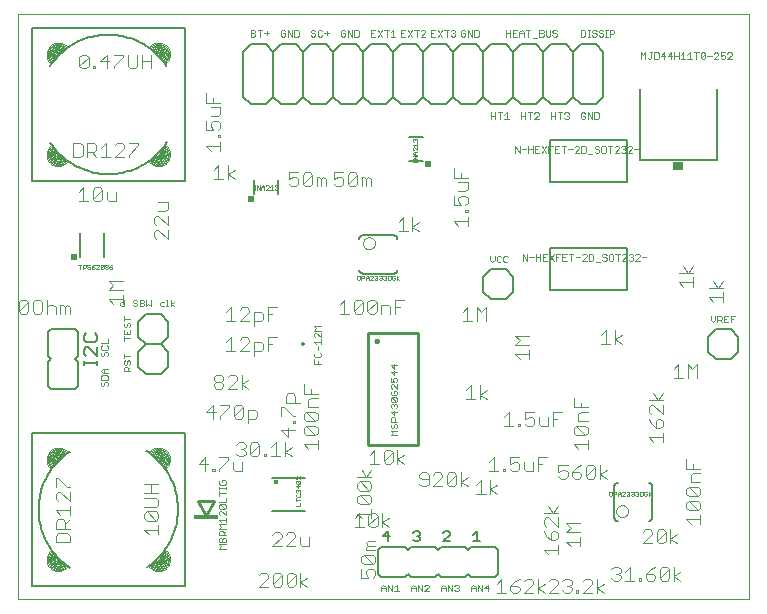
<source format=gto>
G75*
%MOIN*%
%OFA0B0*%
%FSLAX24Y24*%
%IPPOS*%
%LPD*%
%AMOC8*
5,1,8,0,0,1.08239X$1,22.5*
%
%ADD10C,0.0000*%
%ADD11C,0.0020*%
%ADD12C,0.0040*%
%ADD13C,0.0060*%
%ADD14C,0.0080*%
%ADD15R,0.0340X0.0300*%
%ADD16C,0.0050*%
%ADD17C,0.0138*%
%ADD18C,0.0157*%
%ADD19C,0.0010*%
%ADD20R,0.0220X0.0200*%
%ADD21R,0.0200X0.0200*%
%ADD22C,0.0100*%
%ADD23R,0.0827X0.0118*%
D10*
X000630Y000630D02*
X000630Y020126D01*
X025000Y020126D01*
X025000Y000630D01*
X000630Y000630D01*
D11*
X007324Y002322D02*
X007398Y002396D01*
X007324Y002469D01*
X007545Y002469D01*
X007545Y002543D02*
X007545Y002653D01*
X007508Y002690D01*
X007471Y002690D01*
X007435Y002653D01*
X007435Y002543D01*
X007545Y002543D02*
X007324Y002543D01*
X007324Y002653D01*
X007361Y002690D01*
X007398Y002690D01*
X007435Y002653D01*
X007471Y002764D02*
X007471Y002874D01*
X007435Y002911D01*
X007361Y002911D01*
X007324Y002874D01*
X007324Y002764D01*
X007545Y002764D01*
X007471Y002838D02*
X007545Y002911D01*
X007545Y002985D02*
X007324Y002985D01*
X007398Y003059D01*
X007324Y003132D01*
X007545Y003132D01*
X007545Y003206D02*
X007545Y003353D01*
X007545Y003280D02*
X007324Y003280D01*
X007398Y003206D01*
X007361Y003427D02*
X007324Y003464D01*
X007324Y003537D01*
X007361Y003574D01*
X007398Y003574D01*
X007545Y003427D01*
X007545Y003574D01*
X007508Y003648D02*
X007361Y003795D01*
X007508Y003795D01*
X007545Y003758D01*
X007545Y003685D01*
X007508Y003648D01*
X007361Y003648D01*
X007324Y003685D01*
X007324Y003758D01*
X007361Y003795D01*
X007324Y003869D02*
X007545Y003869D01*
X007545Y004016D01*
X007545Y004163D02*
X007324Y004163D01*
X007324Y004090D02*
X007324Y004237D01*
X007324Y004311D02*
X007324Y004384D01*
X007324Y004348D02*
X007545Y004348D01*
X007545Y004384D02*
X007545Y004311D01*
X007508Y004458D02*
X007361Y004458D01*
X007324Y004495D01*
X007324Y004568D01*
X007361Y004605D01*
X007435Y004605D02*
X007435Y004532D01*
X007435Y004605D02*
X007508Y004605D01*
X007545Y004568D01*
X007545Y004495D01*
X007508Y004458D01*
X007545Y002322D02*
X007324Y002322D01*
X012727Y001047D02*
X012727Y000900D01*
X012727Y001010D02*
X012874Y001010D01*
X012874Y001047D02*
X012874Y000900D01*
X012948Y000900D02*
X012948Y001120D01*
X013095Y000900D01*
X013095Y001120D01*
X013169Y001047D02*
X013242Y001120D01*
X013242Y000900D01*
X013169Y000900D02*
X013316Y000900D01*
X013727Y000900D02*
X013727Y001047D01*
X013800Y001120D01*
X013874Y001047D01*
X013874Y000900D01*
X013948Y000900D02*
X013948Y001120D01*
X014095Y000900D01*
X014095Y001120D01*
X014169Y001083D02*
X014206Y001120D01*
X014279Y001120D01*
X014316Y001083D01*
X014316Y001047D01*
X014169Y000900D01*
X014316Y000900D01*
X014727Y000900D02*
X014727Y001047D01*
X014800Y001120D01*
X014874Y001047D01*
X014874Y000900D01*
X014948Y000900D02*
X014948Y001120D01*
X015095Y000900D01*
X015095Y001120D01*
X015169Y001083D02*
X015206Y001120D01*
X015279Y001120D01*
X015316Y001083D01*
X015316Y001047D01*
X015279Y001010D01*
X015316Y000973D01*
X015316Y000937D01*
X015279Y000900D01*
X015206Y000900D01*
X015169Y000937D01*
X015242Y001010D02*
X015279Y001010D01*
X014874Y001010D02*
X014727Y001010D01*
X013874Y001010D02*
X013727Y001010D01*
X012874Y001047D02*
X012800Y001120D01*
X012727Y001047D01*
X015727Y001047D02*
X015727Y000900D01*
X015727Y001010D02*
X015874Y001010D01*
X015874Y001047D02*
X015874Y000900D01*
X015948Y000900D02*
X015948Y001120D01*
X016095Y000900D01*
X016095Y001120D01*
X016169Y001010D02*
X016316Y001010D01*
X016279Y000900D02*
X016279Y001120D01*
X016169Y001010D01*
X015874Y001047D02*
X015800Y001120D01*
X015727Y001047D01*
X020317Y004103D02*
X020340Y004080D01*
X020387Y004080D01*
X020410Y004103D01*
X020410Y004197D01*
X020387Y004220D01*
X020340Y004220D01*
X020317Y004197D01*
X020317Y004103D01*
X020464Y004080D02*
X020464Y004220D01*
X020534Y004220D01*
X020557Y004197D01*
X020557Y004150D01*
X020534Y004127D01*
X020464Y004127D01*
X020611Y004150D02*
X020705Y004150D01*
X020705Y004173D02*
X020705Y004080D01*
X020759Y004080D02*
X020852Y004173D01*
X020852Y004197D01*
X020829Y004220D01*
X020782Y004220D01*
X020759Y004197D01*
X020705Y004173D02*
X020658Y004220D01*
X020611Y004173D01*
X020611Y004080D01*
X020759Y004080D02*
X020852Y004080D01*
X020906Y004103D02*
X020929Y004080D01*
X020976Y004080D01*
X020999Y004103D01*
X020999Y004127D01*
X020976Y004150D01*
X020953Y004150D01*
X020976Y004150D02*
X020999Y004173D01*
X020999Y004197D01*
X020976Y004220D01*
X020929Y004220D01*
X020906Y004197D01*
X021053Y004197D02*
X021077Y004220D01*
X021123Y004220D01*
X021147Y004197D01*
X021147Y004173D01*
X021123Y004150D01*
X021100Y004150D01*
X021123Y004150D02*
X021147Y004127D01*
X021147Y004103D01*
X021123Y004080D01*
X021077Y004080D01*
X021053Y004103D01*
X021201Y004103D02*
X021224Y004080D01*
X021271Y004080D01*
X021294Y004103D01*
X021294Y004127D01*
X021271Y004150D01*
X021247Y004150D01*
X021271Y004150D02*
X021294Y004173D01*
X021294Y004197D01*
X021271Y004220D01*
X021224Y004220D01*
X021201Y004197D01*
X021348Y004220D02*
X021418Y004220D01*
X021441Y004197D01*
X021441Y004103D01*
X021418Y004080D01*
X021348Y004080D01*
X021348Y004220D01*
X021495Y004197D02*
X021495Y004103D01*
X021519Y004080D01*
X021565Y004080D01*
X021589Y004103D01*
X021589Y004150D01*
X021542Y004150D01*
X021495Y004197D02*
X021519Y004220D01*
X021565Y004220D01*
X021589Y004197D01*
X021643Y004220D02*
X021643Y004080D01*
X021643Y004127D02*
X021736Y004220D01*
X021666Y004150D02*
X021736Y004080D01*
X020561Y003569D02*
X020563Y003596D01*
X020569Y003623D01*
X020578Y003649D01*
X020591Y003673D01*
X020607Y003696D01*
X020626Y003715D01*
X020648Y003732D01*
X020672Y003746D01*
X020697Y003756D01*
X020724Y003763D01*
X020751Y003766D01*
X020779Y003765D01*
X020806Y003760D01*
X020832Y003752D01*
X020856Y003740D01*
X020879Y003724D01*
X020900Y003706D01*
X020917Y003685D01*
X020932Y003661D01*
X020943Y003636D01*
X020951Y003610D01*
X020955Y003583D01*
X020955Y003555D01*
X020951Y003528D01*
X020943Y003502D01*
X020932Y003477D01*
X020917Y003453D01*
X020900Y003432D01*
X020879Y003414D01*
X020857Y003398D01*
X020832Y003386D01*
X020806Y003378D01*
X020779Y003373D01*
X020751Y003372D01*
X020724Y003375D01*
X020697Y003382D01*
X020672Y003392D01*
X020648Y003406D01*
X020626Y003423D01*
X020607Y003442D01*
X020591Y003465D01*
X020578Y003489D01*
X020569Y003515D01*
X020563Y003542D01*
X020561Y003569D01*
X013260Y006109D02*
X013040Y006109D01*
X013113Y006183D01*
X013040Y006256D01*
X013260Y006256D01*
X013223Y006330D02*
X013260Y006367D01*
X013260Y006440D01*
X013223Y006477D01*
X013187Y006477D01*
X013150Y006440D01*
X013150Y006367D01*
X013113Y006330D01*
X013077Y006330D01*
X013040Y006367D01*
X013040Y006440D01*
X013077Y006477D01*
X013040Y006551D02*
X013040Y006661D01*
X013077Y006698D01*
X013150Y006698D01*
X013187Y006661D01*
X013187Y006551D01*
X013260Y006551D02*
X013040Y006551D01*
X013150Y006772D02*
X013040Y006882D01*
X013260Y006882D01*
X013150Y006919D02*
X013150Y006772D01*
X013223Y006993D02*
X013260Y007030D01*
X013260Y007103D01*
X013223Y007140D01*
X013187Y007140D01*
X013150Y007103D01*
X013150Y007066D01*
X013150Y007103D02*
X013113Y007140D01*
X013077Y007140D01*
X013040Y007103D01*
X013040Y007030D01*
X013077Y006993D01*
X013077Y007214D02*
X013040Y007251D01*
X013040Y007324D01*
X013077Y007361D01*
X013223Y007214D01*
X013260Y007251D01*
X013260Y007324D01*
X013223Y007361D01*
X013077Y007361D01*
X013077Y007435D02*
X013223Y007435D01*
X013260Y007472D01*
X013260Y007545D01*
X013223Y007582D01*
X013150Y007582D01*
X013150Y007508D01*
X013077Y007435D02*
X013040Y007472D01*
X013040Y007545D01*
X013077Y007582D01*
X013077Y007656D02*
X013040Y007693D01*
X013040Y007766D01*
X013077Y007803D01*
X013113Y007803D01*
X013260Y007656D01*
X013260Y007803D01*
X013223Y007877D02*
X013260Y007914D01*
X013260Y007987D01*
X013223Y008024D01*
X013150Y008024D01*
X013113Y007987D01*
X013113Y007950D01*
X013150Y007877D01*
X013040Y007877D01*
X013040Y008024D01*
X013150Y008098D02*
X013040Y008208D01*
X013260Y008208D01*
X013150Y008245D02*
X013150Y008098D01*
X013150Y008319D02*
X013040Y008429D01*
X013260Y008429D01*
X013150Y008466D02*
X013150Y008319D01*
X013223Y007214D02*
X013077Y007214D01*
X010716Y008486D02*
X010496Y008486D01*
X010496Y008633D01*
X010533Y008707D02*
X010680Y008707D01*
X010716Y008744D01*
X010716Y008818D01*
X010680Y008854D01*
X010606Y008928D02*
X010606Y009075D01*
X010570Y009149D02*
X010496Y009223D01*
X010716Y009223D01*
X010716Y009296D02*
X010716Y009149D01*
X010716Y009370D02*
X010570Y009517D01*
X010533Y009517D01*
X010496Y009481D01*
X010496Y009407D01*
X010533Y009370D01*
X010716Y009370D02*
X010716Y009517D01*
X010716Y009591D02*
X010496Y009591D01*
X010570Y009665D01*
X010496Y009738D01*
X010716Y009738D01*
X010533Y008854D02*
X010496Y008818D01*
X010496Y008744D01*
X010533Y008707D01*
X010606Y008560D02*
X010606Y008486D01*
X011940Y011280D02*
X011987Y011280D01*
X012010Y011303D01*
X012010Y011397D01*
X011987Y011420D01*
X011940Y011420D01*
X011917Y011397D01*
X011917Y011303D01*
X011940Y011280D01*
X012064Y011280D02*
X012064Y011420D01*
X012134Y011420D01*
X012157Y011397D01*
X012157Y011350D01*
X012134Y011327D01*
X012064Y011327D01*
X012211Y011350D02*
X012305Y011350D01*
X012305Y011373D02*
X012305Y011280D01*
X012359Y011280D02*
X012452Y011373D01*
X012452Y011397D01*
X012429Y011420D01*
X012382Y011420D01*
X012359Y011397D01*
X012305Y011373D02*
X012258Y011420D01*
X012211Y011373D01*
X012211Y011280D01*
X012359Y011280D02*
X012452Y011280D01*
X012506Y011303D02*
X012529Y011280D01*
X012576Y011280D01*
X012599Y011303D01*
X012599Y011327D01*
X012576Y011350D01*
X012553Y011350D01*
X012576Y011350D02*
X012599Y011373D01*
X012599Y011397D01*
X012576Y011420D01*
X012529Y011420D01*
X012506Y011397D01*
X012653Y011397D02*
X012677Y011420D01*
X012723Y011420D01*
X012747Y011397D01*
X012747Y011373D01*
X012723Y011350D01*
X012747Y011327D01*
X012747Y011303D01*
X012723Y011280D01*
X012677Y011280D01*
X012653Y011303D01*
X012700Y011350D02*
X012723Y011350D01*
X012801Y011303D02*
X012824Y011280D01*
X012871Y011280D01*
X012894Y011303D01*
X012894Y011327D01*
X012871Y011350D01*
X012847Y011350D01*
X012871Y011350D02*
X012894Y011373D01*
X012894Y011397D01*
X012871Y011420D01*
X012824Y011420D01*
X012801Y011397D01*
X012948Y011420D02*
X012948Y011280D01*
X013018Y011280D01*
X013041Y011303D01*
X013041Y011397D01*
X013018Y011420D01*
X012948Y011420D01*
X013095Y011397D02*
X013095Y011303D01*
X013119Y011280D01*
X013165Y011280D01*
X013189Y011303D01*
X013189Y011350D01*
X013142Y011350D01*
X013095Y011397D02*
X013119Y011420D01*
X013165Y011420D01*
X013189Y011397D01*
X013243Y011420D02*
X013243Y011280D01*
X013243Y011327D02*
X013336Y011420D01*
X013266Y011350D02*
X013336Y011280D01*
X012122Y012502D02*
X012124Y012529D01*
X012130Y012556D01*
X012139Y012582D01*
X012152Y012606D01*
X012168Y012629D01*
X012187Y012648D01*
X012209Y012665D01*
X012233Y012679D01*
X012258Y012689D01*
X012285Y012696D01*
X012312Y012699D01*
X012340Y012698D01*
X012367Y012693D01*
X012393Y012685D01*
X012417Y012673D01*
X012440Y012657D01*
X012461Y012639D01*
X012478Y012618D01*
X012493Y012594D01*
X012504Y012569D01*
X012512Y012543D01*
X012516Y012516D01*
X012516Y012488D01*
X012512Y012461D01*
X012504Y012435D01*
X012493Y012410D01*
X012478Y012386D01*
X012461Y012365D01*
X012440Y012347D01*
X012418Y012331D01*
X012393Y012319D01*
X012367Y012311D01*
X012340Y012306D01*
X012312Y012305D01*
X012285Y012308D01*
X012258Y012315D01*
X012233Y012325D01*
X012209Y012339D01*
X012187Y012356D01*
X012168Y012375D01*
X012152Y012398D01*
X012139Y012422D01*
X012130Y012448D01*
X012124Y012475D01*
X012122Y012502D01*
X016360Y012080D02*
X016360Y011933D01*
X016433Y011860D01*
X016507Y011933D01*
X016507Y012080D01*
X016581Y012043D02*
X016581Y011897D01*
X016618Y011860D01*
X016691Y011860D01*
X016728Y011897D01*
X016802Y011897D02*
X016802Y012043D01*
X016839Y012080D01*
X016912Y012080D01*
X016949Y012043D01*
X016949Y011897D02*
X016912Y011860D01*
X016839Y011860D01*
X016802Y011897D01*
X016728Y012043D02*
X016691Y012080D01*
X016618Y012080D01*
X016581Y012043D01*
X017441Y012140D02*
X017441Y011920D01*
X017588Y011920D02*
X017441Y012140D01*
X017588Y012140D02*
X017588Y011920D01*
X017662Y012030D02*
X017809Y012030D01*
X017883Y012030D02*
X018030Y012030D01*
X018104Y012030D02*
X018178Y012030D01*
X018104Y011920D02*
X018251Y011920D01*
X018325Y011920D02*
X018472Y012140D01*
X018546Y012140D02*
X018693Y012140D01*
X018767Y012140D02*
X018767Y011920D01*
X018914Y011920D01*
X018841Y012030D02*
X018767Y012030D01*
X018767Y012140D02*
X018914Y012140D01*
X018988Y012140D02*
X019135Y012140D01*
X019062Y012140D02*
X019062Y011920D01*
X019209Y012030D02*
X019356Y012030D01*
X019430Y012103D02*
X019467Y012140D01*
X019540Y012140D01*
X019577Y012103D01*
X019577Y012067D01*
X019430Y011920D01*
X019577Y011920D01*
X019651Y011920D02*
X019651Y012140D01*
X019761Y012140D01*
X019798Y012103D01*
X019798Y011957D01*
X019761Y011920D01*
X019651Y011920D01*
X019872Y011883D02*
X020019Y011883D01*
X020093Y011957D02*
X020130Y011920D01*
X020203Y011920D01*
X020240Y011957D01*
X020240Y011993D01*
X020203Y012030D01*
X020130Y012030D01*
X020093Y012067D01*
X020093Y012103D01*
X020130Y012140D01*
X020203Y012140D01*
X020240Y012103D01*
X020314Y012103D02*
X020314Y011957D01*
X020351Y011920D01*
X020424Y011920D01*
X020461Y011957D01*
X020461Y012103D01*
X020424Y012140D01*
X020351Y012140D01*
X020314Y012103D01*
X020535Y012140D02*
X020682Y012140D01*
X020608Y012140D02*
X020608Y011920D01*
X020756Y011920D02*
X020903Y012067D01*
X020903Y012103D01*
X020866Y012140D01*
X020793Y012140D01*
X020756Y012103D01*
X020756Y011920D02*
X020903Y011920D01*
X020977Y011957D02*
X021014Y011920D01*
X021087Y011920D01*
X021124Y011957D01*
X021124Y011993D01*
X021087Y012030D01*
X021050Y012030D01*
X021087Y012030D02*
X021124Y012067D01*
X021124Y012103D01*
X021087Y012140D01*
X021014Y012140D01*
X020977Y012103D01*
X021198Y012103D02*
X021235Y012140D01*
X021308Y012140D01*
X021345Y012103D01*
X021345Y012067D01*
X021198Y011920D01*
X021345Y011920D01*
X021419Y012030D02*
X021566Y012030D01*
X023710Y010080D02*
X023710Y009933D01*
X023783Y009860D01*
X023857Y009933D01*
X023857Y010080D01*
X023931Y010080D02*
X024041Y010080D01*
X024078Y010043D01*
X024078Y009970D01*
X024041Y009933D01*
X023931Y009933D01*
X023931Y009860D02*
X023931Y010080D01*
X024004Y009933D02*
X024078Y009860D01*
X024152Y009860D02*
X024299Y009860D01*
X024373Y009860D02*
X024373Y010080D01*
X024520Y010080D01*
X024446Y009970D02*
X024373Y009970D01*
X024299Y010080D02*
X024152Y010080D01*
X024152Y009860D01*
X024152Y009970D02*
X024225Y009970D01*
X018620Y012030D02*
X018546Y012030D01*
X018546Y011920D02*
X018546Y012140D01*
X018325Y012140D02*
X018472Y011920D01*
X018251Y012140D02*
X018104Y012140D01*
X018104Y011920D01*
X018030Y011920D02*
X018030Y012140D01*
X017883Y012140D02*
X017883Y011920D01*
X017854Y015520D02*
X018001Y015520D01*
X018075Y015520D02*
X018222Y015740D01*
X018296Y015740D02*
X018296Y015520D01*
X018222Y015520D02*
X018075Y015740D01*
X018001Y015740D02*
X017854Y015740D01*
X017854Y015520D01*
X017780Y015520D02*
X017780Y015740D01*
X017780Y015630D02*
X017633Y015630D01*
X017559Y015630D02*
X017412Y015630D01*
X017338Y015520D02*
X017338Y015740D01*
X017191Y015740D02*
X017191Y015520D01*
X017338Y015520D02*
X017191Y015740D01*
X017633Y015740D02*
X017633Y015520D01*
X017854Y015630D02*
X017928Y015630D01*
X018296Y015630D02*
X018370Y015630D01*
X018296Y015740D02*
X018443Y015740D01*
X018517Y015740D02*
X018517Y015520D01*
X018664Y015520D01*
X018591Y015630D02*
X018517Y015630D01*
X018517Y015740D02*
X018664Y015740D01*
X018738Y015740D02*
X018885Y015740D01*
X018812Y015740D02*
X018812Y015520D01*
X018959Y015630D02*
X019106Y015630D01*
X019180Y015703D02*
X019217Y015740D01*
X019290Y015740D01*
X019327Y015703D01*
X019327Y015667D01*
X019180Y015520D01*
X019327Y015520D01*
X019401Y015520D02*
X019511Y015520D01*
X019548Y015557D01*
X019548Y015703D01*
X019511Y015740D01*
X019401Y015740D01*
X019401Y015520D01*
X019622Y015483D02*
X019769Y015483D01*
X019843Y015557D02*
X019880Y015520D01*
X019953Y015520D01*
X019990Y015557D01*
X019990Y015593D01*
X019953Y015630D01*
X019880Y015630D01*
X019843Y015667D01*
X019843Y015703D01*
X019880Y015740D01*
X019953Y015740D01*
X019990Y015703D01*
X020064Y015703D02*
X020064Y015557D01*
X020101Y015520D01*
X020174Y015520D01*
X020211Y015557D01*
X020211Y015703D01*
X020174Y015740D01*
X020101Y015740D01*
X020064Y015703D01*
X020285Y015740D02*
X020432Y015740D01*
X020358Y015740D02*
X020358Y015520D01*
X020506Y015520D02*
X020653Y015667D01*
X020653Y015703D01*
X020616Y015740D01*
X020543Y015740D01*
X020506Y015703D01*
X020506Y015520D02*
X020653Y015520D01*
X020727Y015557D02*
X020764Y015520D01*
X020837Y015520D01*
X020874Y015557D01*
X020874Y015593D01*
X020837Y015630D01*
X020800Y015630D01*
X020837Y015630D02*
X020874Y015667D01*
X020874Y015703D01*
X020837Y015740D01*
X020764Y015740D01*
X020727Y015703D01*
X020948Y015703D02*
X020985Y015740D01*
X021058Y015740D01*
X021095Y015703D01*
X021095Y015667D01*
X020948Y015520D01*
X021095Y015520D01*
X021169Y015630D02*
X021316Y015630D01*
X019979Y016677D02*
X019979Y016823D01*
X019942Y016860D01*
X019832Y016860D01*
X019832Y016640D01*
X019942Y016640D01*
X019979Y016677D01*
X019758Y016640D02*
X019758Y016860D01*
X019611Y016860D02*
X019758Y016640D01*
X019611Y016640D02*
X019611Y016860D01*
X019537Y016823D02*
X019500Y016860D01*
X019427Y016860D01*
X019390Y016823D01*
X019390Y016677D01*
X019427Y016640D01*
X019500Y016640D01*
X019537Y016677D01*
X019537Y016750D01*
X019463Y016750D01*
X018979Y016713D02*
X018979Y016677D01*
X018942Y016640D01*
X018869Y016640D01*
X018832Y016677D01*
X018905Y016750D02*
X018942Y016750D01*
X018979Y016713D01*
X018942Y016750D02*
X018979Y016787D01*
X018979Y016823D01*
X018942Y016860D01*
X018869Y016860D01*
X018832Y016823D01*
X018758Y016860D02*
X018611Y016860D01*
X018684Y016860D02*
X018684Y016640D01*
X018537Y016640D02*
X018537Y016860D01*
X018537Y016750D02*
X018390Y016750D01*
X018390Y016640D02*
X018390Y016860D01*
X017979Y016823D02*
X017979Y016787D01*
X017832Y016640D01*
X017979Y016640D01*
X017979Y016823D02*
X017942Y016860D01*
X017869Y016860D01*
X017832Y016823D01*
X017758Y016860D02*
X017611Y016860D01*
X017684Y016860D02*
X017684Y016640D01*
X017537Y016640D02*
X017537Y016860D01*
X017537Y016750D02*
X017390Y016750D01*
X017390Y016640D02*
X017390Y016860D01*
X016979Y016640D02*
X016832Y016640D01*
X016905Y016640D02*
X016905Y016860D01*
X016832Y016787D01*
X016758Y016860D02*
X016611Y016860D01*
X016684Y016860D02*
X016684Y016640D01*
X016537Y016640D02*
X016537Y016860D01*
X016537Y016750D02*
X016390Y016750D01*
X016390Y016640D02*
X016390Y016860D01*
X015942Y019390D02*
X015979Y019427D01*
X015979Y019573D01*
X015942Y019610D01*
X015832Y019610D01*
X015832Y019390D01*
X015942Y019390D01*
X015758Y019390D02*
X015758Y019610D01*
X015611Y019610D02*
X015611Y019390D01*
X015537Y019427D02*
X015537Y019500D01*
X015463Y019500D01*
X015390Y019427D02*
X015427Y019390D01*
X015500Y019390D01*
X015537Y019427D01*
X015537Y019573D02*
X015500Y019610D01*
X015427Y019610D01*
X015390Y019573D01*
X015390Y019427D01*
X015200Y019427D02*
X015163Y019390D01*
X015090Y019390D01*
X015053Y019427D01*
X015126Y019500D02*
X015163Y019500D01*
X015200Y019463D01*
X015200Y019427D01*
X015163Y019500D02*
X015200Y019537D01*
X015200Y019573D01*
X015163Y019610D01*
X015090Y019610D01*
X015053Y019573D01*
X014979Y019610D02*
X014832Y019610D01*
X014905Y019610D02*
X014905Y019390D01*
X014758Y019390D02*
X014611Y019610D01*
X014537Y019610D02*
X014390Y019610D01*
X014390Y019390D01*
X014537Y019390D01*
X014611Y019390D02*
X014758Y019610D01*
X014463Y019500D02*
X014390Y019500D01*
X014200Y019537D02*
X014200Y019573D01*
X014163Y019610D01*
X014090Y019610D01*
X014053Y019573D01*
X013979Y019610D02*
X013832Y019610D01*
X013905Y019610D02*
X013905Y019390D01*
X013758Y019390D02*
X013611Y019610D01*
X013537Y019610D02*
X013390Y019610D01*
X013390Y019390D01*
X013537Y019390D01*
X013611Y019390D02*
X013758Y019610D01*
X013463Y019500D02*
X013390Y019500D01*
X013200Y019390D02*
X013053Y019390D01*
X013126Y019390D02*
X013126Y019610D01*
X013053Y019537D01*
X012979Y019610D02*
X012832Y019610D01*
X012905Y019610D02*
X012905Y019390D01*
X012758Y019390D02*
X012611Y019610D01*
X012537Y019610D02*
X012390Y019610D01*
X012390Y019390D01*
X012537Y019390D01*
X012611Y019390D02*
X012758Y019610D01*
X012463Y019500D02*
X012390Y019500D01*
X011979Y019427D02*
X011979Y019573D01*
X011942Y019610D01*
X011832Y019610D01*
X011832Y019390D01*
X011942Y019390D01*
X011979Y019427D01*
X011758Y019390D02*
X011758Y019610D01*
X011611Y019610D02*
X011758Y019390D01*
X011611Y019390D02*
X011611Y019610D01*
X011537Y019573D02*
X011500Y019610D01*
X011427Y019610D01*
X011390Y019573D01*
X011390Y019427D01*
X011427Y019390D01*
X011500Y019390D01*
X011537Y019427D01*
X011537Y019500D01*
X011463Y019500D01*
X010979Y019500D02*
X010832Y019500D01*
X010905Y019573D02*
X010905Y019427D01*
X010758Y019427D02*
X010721Y019390D01*
X010648Y019390D01*
X010611Y019427D01*
X010611Y019573D01*
X010648Y019610D01*
X010721Y019610D01*
X010758Y019573D01*
X010537Y019573D02*
X010500Y019610D01*
X010427Y019610D01*
X010390Y019573D01*
X010390Y019537D01*
X010427Y019500D01*
X010500Y019500D01*
X010537Y019463D01*
X010537Y019427D01*
X010500Y019390D01*
X010427Y019390D01*
X010390Y019427D01*
X009979Y019427D02*
X009979Y019573D01*
X009942Y019610D01*
X009832Y019610D01*
X009832Y019390D01*
X009942Y019390D01*
X009979Y019427D01*
X009758Y019390D02*
X009758Y019610D01*
X009611Y019610D02*
X009758Y019390D01*
X009611Y019390D02*
X009611Y019610D01*
X009537Y019573D02*
X009500Y019610D01*
X009427Y019610D01*
X009390Y019573D01*
X009390Y019427D01*
X009427Y019390D01*
X009500Y019390D01*
X009537Y019427D01*
X009537Y019500D01*
X009463Y019500D01*
X008979Y019500D02*
X008832Y019500D01*
X008905Y019573D02*
X008905Y019427D01*
X008684Y019390D02*
X008684Y019610D01*
X008611Y019610D02*
X008758Y019610D01*
X008537Y019573D02*
X008537Y019537D01*
X008500Y019500D01*
X008390Y019500D01*
X008390Y019390D02*
X008390Y019610D01*
X008500Y019610D01*
X008537Y019573D01*
X008500Y019500D02*
X008537Y019463D01*
X008537Y019427D01*
X008500Y019390D01*
X008390Y019390D01*
X014053Y019390D02*
X014200Y019537D01*
X014200Y019390D02*
X014053Y019390D01*
X015611Y019610D02*
X015758Y019390D01*
X016890Y019390D02*
X016890Y019610D01*
X016890Y019500D02*
X017037Y019500D01*
X017111Y019500D02*
X017184Y019500D01*
X017111Y019610D02*
X017111Y019390D01*
X017258Y019390D01*
X017332Y019390D02*
X017332Y019537D01*
X017405Y019610D01*
X017479Y019537D01*
X017479Y019390D01*
X017479Y019500D02*
X017332Y019500D01*
X017258Y019610D02*
X017111Y019610D01*
X017037Y019610D02*
X017037Y019390D01*
X017553Y019610D02*
X017700Y019610D01*
X017626Y019610D02*
X017626Y019390D01*
X017774Y019353D02*
X017921Y019353D01*
X017995Y019390D02*
X018105Y019390D01*
X018142Y019427D01*
X018142Y019463D01*
X018105Y019500D01*
X017995Y019500D01*
X017995Y019390D02*
X017995Y019610D01*
X018105Y019610D01*
X018142Y019573D01*
X018142Y019537D01*
X018105Y019500D01*
X018216Y019427D02*
X018216Y019610D01*
X018363Y019610D02*
X018363Y019427D01*
X018326Y019390D01*
X018253Y019390D01*
X018216Y019427D01*
X018437Y019427D02*
X018474Y019390D01*
X018547Y019390D01*
X018584Y019427D01*
X018584Y019463D01*
X018547Y019500D01*
X018474Y019500D01*
X018437Y019537D01*
X018437Y019573D01*
X018474Y019610D01*
X018547Y019610D01*
X018584Y019573D01*
X019390Y019610D02*
X019390Y019390D01*
X019500Y019390D01*
X019537Y019427D01*
X019537Y019573D01*
X019500Y019610D01*
X019390Y019610D01*
X019611Y019610D02*
X019684Y019610D01*
X019648Y019610D02*
X019648Y019390D01*
X019684Y019390D02*
X019611Y019390D01*
X019758Y019427D02*
X019795Y019390D01*
X019868Y019390D01*
X019905Y019427D01*
X019905Y019463D01*
X019868Y019500D01*
X019795Y019500D01*
X019758Y019537D01*
X019758Y019573D01*
X019795Y019610D01*
X019868Y019610D01*
X019905Y019573D01*
X019979Y019573D02*
X019979Y019537D01*
X020016Y019500D01*
X020089Y019500D01*
X020126Y019463D01*
X020126Y019427D01*
X020089Y019390D01*
X020016Y019390D01*
X019979Y019427D01*
X019979Y019573D02*
X020016Y019610D01*
X020089Y019610D01*
X020126Y019573D01*
X020200Y019610D02*
X020274Y019610D01*
X020237Y019610D02*
X020237Y019390D01*
X020200Y019390D02*
X020274Y019390D01*
X020348Y019390D02*
X020348Y019610D01*
X020458Y019610D01*
X020494Y019573D01*
X020494Y019500D01*
X020458Y019463D01*
X020348Y019463D01*
X021390Y018860D02*
X021463Y018787D01*
X021537Y018860D01*
X021537Y018640D01*
X021611Y018677D02*
X021648Y018640D01*
X021684Y018640D01*
X021721Y018677D01*
X021721Y018860D01*
X021684Y018860D02*
X021758Y018860D01*
X021832Y018860D02*
X021942Y018860D01*
X021979Y018823D01*
X021979Y018677D01*
X021942Y018640D01*
X021832Y018640D01*
X021832Y018860D01*
X022053Y018750D02*
X022200Y018750D01*
X022274Y018750D02*
X022421Y018750D01*
X022495Y018750D02*
X022642Y018750D01*
X022716Y018787D02*
X022789Y018860D01*
X022789Y018640D01*
X022716Y018640D02*
X022863Y018640D01*
X022937Y018640D02*
X023084Y018640D01*
X023010Y018640D02*
X023010Y018860D01*
X022937Y018787D01*
X023158Y018860D02*
X023305Y018860D01*
X023231Y018860D02*
X023231Y018640D01*
X023379Y018677D02*
X023526Y018823D01*
X023526Y018677D01*
X023489Y018640D01*
X023416Y018640D01*
X023379Y018677D01*
X023379Y018823D01*
X023416Y018860D01*
X023489Y018860D01*
X023526Y018823D01*
X023600Y018750D02*
X023747Y018750D01*
X023821Y018823D02*
X023858Y018860D01*
X023931Y018860D01*
X023968Y018823D01*
X023968Y018787D01*
X023821Y018640D01*
X023968Y018640D01*
X024042Y018677D02*
X024079Y018640D01*
X024152Y018640D01*
X024189Y018677D01*
X024189Y018750D01*
X024152Y018787D01*
X024115Y018787D01*
X024042Y018750D01*
X024042Y018860D01*
X024189Y018860D01*
X024263Y018823D02*
X024300Y018860D01*
X024373Y018860D01*
X024410Y018823D01*
X024410Y018787D01*
X024263Y018640D01*
X024410Y018640D01*
X022642Y018640D02*
X022642Y018860D01*
X022495Y018860D02*
X022495Y018640D01*
X022384Y018640D02*
X022384Y018860D01*
X022274Y018750D01*
X022163Y018640D02*
X022163Y018860D01*
X022053Y018750D01*
X021390Y018640D02*
X021390Y018860D01*
X005816Y010547D02*
X005706Y010473D01*
X005816Y010400D01*
X005706Y010400D02*
X005706Y010620D01*
X005595Y010620D02*
X005595Y010400D01*
X005559Y010400D02*
X005632Y010400D01*
X005484Y010400D02*
X005374Y010400D01*
X005338Y010437D01*
X005338Y010510D01*
X005374Y010547D01*
X005484Y010547D01*
X005559Y010620D02*
X005595Y010620D01*
X005042Y010620D02*
X005042Y010400D01*
X004969Y010473D01*
X004896Y010400D01*
X004896Y010620D01*
X004821Y010583D02*
X004821Y010547D01*
X004785Y010510D01*
X004675Y010510D01*
X004600Y010473D02*
X004600Y010437D01*
X004564Y010400D01*
X004490Y010400D01*
X004454Y010437D01*
X004490Y010510D02*
X004564Y010510D01*
X004600Y010473D01*
X004675Y010400D02*
X004675Y010620D01*
X004785Y010620D01*
X004821Y010583D01*
X004785Y010510D02*
X004821Y010473D01*
X004821Y010437D01*
X004785Y010400D01*
X004675Y010400D01*
X004600Y010583D02*
X004564Y010620D01*
X004490Y010620D01*
X004454Y010583D01*
X004454Y010547D01*
X004490Y010510D01*
X004158Y010547D02*
X004048Y010547D01*
X004012Y010510D01*
X004012Y010437D01*
X004048Y010400D01*
X004158Y010400D01*
X004158Y010620D01*
X004140Y010066D02*
X004140Y009919D01*
X004140Y009992D02*
X004360Y009992D01*
X004323Y009845D02*
X004360Y009808D01*
X004360Y009735D01*
X004323Y009698D01*
X004250Y009735D02*
X004213Y009698D01*
X004177Y009698D01*
X004140Y009735D01*
X004140Y009808D01*
X004177Y009845D01*
X004250Y009808D02*
X004287Y009845D01*
X004323Y009845D01*
X004250Y009808D02*
X004250Y009735D01*
X004360Y009624D02*
X004360Y009477D01*
X004140Y009477D01*
X004140Y009624D01*
X004250Y009550D02*
X004250Y009477D01*
X004140Y009403D02*
X004140Y009256D01*
X004140Y009329D02*
X004360Y009329D01*
X003610Y009316D02*
X003610Y009169D01*
X003390Y009169D01*
X003427Y009095D02*
X003390Y009058D01*
X003390Y008985D01*
X003427Y008948D01*
X003573Y008948D01*
X003610Y008985D01*
X003610Y009058D01*
X003573Y009095D01*
X003573Y008874D02*
X003610Y008837D01*
X003610Y008764D01*
X003573Y008727D01*
X003500Y008764D02*
X003500Y008837D01*
X003537Y008874D01*
X003573Y008874D01*
X003500Y008764D02*
X003463Y008727D01*
X003427Y008727D01*
X003390Y008764D01*
X003390Y008837D01*
X003427Y008874D01*
X003463Y008316D02*
X003610Y008316D01*
X003500Y008316D02*
X003500Y008169D01*
X003463Y008169D02*
X003390Y008242D01*
X003463Y008316D01*
X003463Y008169D02*
X003610Y008169D01*
X003573Y008095D02*
X003427Y008095D01*
X003390Y008058D01*
X003390Y007948D01*
X003610Y007948D01*
X003610Y008058D01*
X003573Y008095D01*
X003573Y007874D02*
X003610Y007837D01*
X003610Y007764D01*
X003573Y007727D01*
X003500Y007764D02*
X003500Y007837D01*
X003537Y007874D01*
X003573Y007874D01*
X003500Y007764D02*
X003463Y007727D01*
X003427Y007727D01*
X003390Y007764D01*
X003390Y007837D01*
X003427Y007874D01*
X004140Y008227D02*
X004140Y008337D01*
X004177Y008374D01*
X004250Y008374D01*
X004287Y008337D01*
X004287Y008227D01*
X004360Y008227D02*
X004140Y008227D01*
X004287Y008300D02*
X004360Y008374D01*
X004323Y008448D02*
X004360Y008485D01*
X004360Y008558D01*
X004323Y008595D01*
X004287Y008595D01*
X004250Y008558D01*
X004250Y008485D01*
X004213Y008448D01*
X004177Y008448D01*
X004140Y008485D01*
X004140Y008558D01*
X004177Y008595D01*
X004140Y008669D02*
X004140Y008816D01*
X004140Y008742D02*
X004360Y008742D01*
D12*
X002338Y010150D02*
X002338Y010380D01*
X002261Y010457D01*
X002185Y010380D01*
X002185Y010150D01*
X002031Y010150D02*
X002031Y010457D01*
X002108Y010457D01*
X002185Y010380D01*
X001878Y010380D02*
X001878Y010150D01*
X001878Y010380D02*
X001801Y010457D01*
X001648Y010457D01*
X001571Y010380D01*
X001417Y010227D02*
X001417Y010534D01*
X001341Y010610D01*
X001187Y010610D01*
X001110Y010534D01*
X001110Y010227D01*
X001187Y010150D01*
X001341Y010150D01*
X001417Y010227D01*
X001571Y010150D02*
X001571Y010610D01*
X000957Y010534D02*
X000957Y010227D01*
X000880Y010150D01*
X000727Y010150D01*
X000650Y010227D01*
X000957Y010534D01*
X000880Y010610D01*
X000727Y010610D01*
X000650Y010534D01*
X000650Y010227D01*
X003650Y010633D02*
X003803Y010479D01*
X003650Y010633D02*
X004110Y010633D01*
X004110Y010786D02*
X004110Y010479D01*
X004110Y010940D02*
X003650Y010940D01*
X003803Y011093D01*
X003650Y011247D01*
X004110Y011247D01*
X005226Y012650D02*
X005150Y012727D01*
X005150Y012880D01*
X005226Y012957D01*
X005303Y012957D01*
X005610Y012650D01*
X005610Y012957D01*
X005610Y013110D02*
X005303Y013417D01*
X005226Y013417D01*
X005150Y013341D01*
X005150Y013187D01*
X005226Y013110D01*
X005610Y013110D02*
X005610Y013417D01*
X005533Y013571D02*
X005610Y013648D01*
X005610Y013878D01*
X005303Y013878D01*
X005303Y013571D02*
X005533Y013571D01*
X003878Y013900D02*
X003878Y014207D01*
X003878Y013900D02*
X003648Y013900D01*
X003571Y013977D01*
X003571Y014207D01*
X003417Y014284D02*
X003110Y013977D01*
X003187Y013900D01*
X003341Y013900D01*
X003417Y013977D01*
X003417Y014284D01*
X003341Y014360D01*
X003187Y014360D01*
X003110Y014284D01*
X003110Y013977D01*
X002957Y013900D02*
X002650Y013900D01*
X002803Y013900D02*
X002803Y014360D01*
X002650Y014207D01*
X002699Y015378D02*
X002469Y015378D01*
X002469Y015839D01*
X002699Y015839D01*
X002776Y015762D01*
X002776Y015455D01*
X002699Y015378D01*
X002929Y015378D02*
X002929Y015839D01*
X003159Y015839D01*
X003236Y015762D01*
X003236Y015609D01*
X003159Y015532D01*
X002929Y015532D01*
X003083Y015532D02*
X003236Y015378D01*
X003390Y015378D02*
X003697Y015378D01*
X003850Y015378D02*
X004157Y015685D01*
X004157Y015762D01*
X004080Y015839D01*
X003927Y015839D01*
X003850Y015762D01*
X003543Y015839D02*
X003543Y015378D01*
X003850Y015378D02*
X004157Y015378D01*
X004310Y015378D02*
X004310Y015455D01*
X004617Y015762D01*
X004617Y015839D01*
X004310Y015839D01*
X003543Y015839D02*
X003390Y015685D01*
X001721Y015769D02*
X001934Y015471D01*
X001933Y015471D02*
X001932Y015462D01*
X001934Y015452D01*
X001938Y015443D01*
X001945Y015436D01*
X001954Y015432D01*
X001964Y015431D01*
X001974Y015433D01*
X002281Y015235D01*
X002257Y015205D01*
X002231Y015177D01*
X002202Y015152D01*
X002170Y015131D01*
X002137Y015112D01*
X002102Y015097D01*
X002066Y015085D01*
X002028Y015076D01*
X001990Y015072D01*
X001952Y015071D01*
X001914Y015074D01*
X001876Y015081D01*
X001840Y015091D01*
X001804Y015105D01*
X001770Y015122D01*
X001737Y015143D01*
X001707Y015166D01*
X001680Y015193D01*
X001655Y015222D01*
X001633Y015253D01*
X001614Y015286D01*
X001598Y015321D01*
X001586Y015357D01*
X001578Y015395D01*
X001573Y015433D01*
X001572Y015471D01*
X001575Y015509D01*
X001581Y015547D01*
X001591Y015584D01*
X001605Y015619D01*
X001622Y015653D01*
X001642Y015686D01*
X001666Y015716D01*
X001692Y015744D01*
X001721Y015769D01*
X001742Y015739D01*
X001715Y015715D01*
X001690Y015688D01*
X001668Y015658D01*
X001650Y015627D01*
X001634Y015593D01*
X001622Y015559D01*
X001614Y015523D01*
X001610Y015487D01*
X001609Y015450D01*
X001612Y015414D01*
X001619Y015378D01*
X001630Y015343D01*
X001644Y015309D01*
X001661Y015277D01*
X001682Y015247D01*
X001706Y015219D01*
X001732Y015194D01*
X001761Y015171D01*
X001792Y015152D01*
X001825Y015136D01*
X001860Y015123D01*
X001895Y015115D01*
X001931Y015109D01*
X001968Y015108D01*
X002005Y015110D01*
X002041Y015117D01*
X002076Y015126D01*
X002110Y015140D01*
X002142Y015157D01*
X002173Y015177D01*
X002201Y015200D01*
X002227Y015226D01*
X002250Y015255D01*
X002219Y015275D01*
X002197Y015248D01*
X002172Y015224D01*
X002144Y015202D01*
X002115Y015184D01*
X002084Y015169D01*
X002051Y015157D01*
X002017Y015150D01*
X001982Y015146D01*
X001948Y015145D01*
X001913Y015149D01*
X001879Y015156D01*
X001846Y015167D01*
X001815Y015182D01*
X001785Y015200D01*
X001757Y015221D01*
X001732Y015245D01*
X001710Y015272D01*
X001690Y015300D01*
X001674Y015331D01*
X001662Y015364D01*
X001653Y015397D01*
X001647Y015432D01*
X001646Y015466D01*
X001648Y015501D01*
X001655Y015535D01*
X001664Y015568D01*
X001678Y015601D01*
X001695Y015631D01*
X001715Y015659D01*
X001738Y015685D01*
X001764Y015709D01*
X001785Y015678D01*
X001761Y015656D01*
X001740Y015631D01*
X001722Y015604D01*
X001707Y015575D01*
X001695Y015545D01*
X001688Y015513D01*
X001684Y015480D01*
X001683Y015448D01*
X001687Y015415D01*
X001694Y015384D01*
X001705Y015353D01*
X001720Y015323D01*
X001737Y015296D01*
X001758Y015271D01*
X001782Y015248D01*
X001808Y015229D01*
X001836Y015212D01*
X001866Y015199D01*
X001897Y015190D01*
X001930Y015184D01*
X001962Y015182D01*
X001995Y015184D01*
X002027Y015189D01*
X002058Y015199D01*
X002088Y015212D01*
X002117Y015228D01*
X002143Y015247D01*
X002166Y015270D01*
X002188Y015295D01*
X002156Y015315D01*
X002136Y015292D01*
X002114Y015272D01*
X002089Y015254D01*
X002062Y015240D01*
X002034Y015230D01*
X002005Y015223D01*
X001975Y015219D01*
X001944Y015220D01*
X001914Y015224D01*
X001885Y015232D01*
X001857Y015243D01*
X001831Y015258D01*
X001807Y015276D01*
X001785Y015297D01*
X001766Y015320D01*
X001749Y015346D01*
X001737Y015373D01*
X001727Y015402D01*
X001722Y015432D01*
X001720Y015462D01*
X001722Y015492D01*
X001728Y015522D01*
X001737Y015551D01*
X001750Y015578D01*
X001766Y015604D01*
X001785Y015627D01*
X001807Y015648D01*
X001828Y015618D01*
X001809Y015598D01*
X001792Y015577D01*
X001778Y015553D01*
X001768Y015528D01*
X001761Y015501D01*
X001757Y015474D01*
X001758Y015446D01*
X001761Y015419D01*
X001769Y015393D01*
X001780Y015368D01*
X001794Y015344D01*
X001811Y015323D01*
X001831Y015304D01*
X001853Y015288D01*
X001877Y015275D01*
X001903Y015265D01*
X001930Y015259D01*
X001957Y015256D01*
X001985Y015257D01*
X002012Y015262D01*
X002038Y015270D01*
X002063Y015282D01*
X002086Y015297D01*
X002107Y015314D01*
X002125Y015335D01*
X002094Y015355D01*
X002076Y015336D01*
X002056Y015321D01*
X002034Y015309D01*
X002011Y015300D01*
X001986Y015295D01*
X001961Y015293D01*
X001936Y015295D01*
X001911Y015301D01*
X001888Y015311D01*
X001866Y015324D01*
X001846Y015340D01*
X001829Y015358D01*
X001816Y015379D01*
X001805Y015402D01*
X001798Y015427D01*
X001794Y015452D01*
X001795Y015477D01*
X001799Y015502D01*
X001807Y015526D01*
X001818Y015548D01*
X001832Y015569D01*
X001850Y015587D01*
X001871Y015557D01*
X001857Y015540D01*
X001845Y015521D01*
X001837Y015500D01*
X001832Y015478D01*
X001831Y015456D01*
X001834Y015434D01*
X001841Y015412D01*
X001851Y015392D01*
X001864Y015375D01*
X001880Y015359D01*
X001899Y015347D01*
X001919Y015337D01*
X001941Y015332D01*
X001963Y015330D01*
X001986Y015332D01*
X002007Y015338D01*
X002028Y015347D01*
X002046Y015359D01*
X002062Y015375D01*
X002031Y015395D01*
X002016Y015383D01*
X002000Y015375D01*
X001983Y015369D01*
X001964Y015367D01*
X001946Y015369D01*
X001928Y015374D01*
X001912Y015382D01*
X001897Y015393D01*
X001885Y015407D01*
X001876Y015423D01*
X001870Y015441D01*
X001868Y015459D01*
X001869Y015477D01*
X001874Y015495D01*
X001882Y015512D01*
X001893Y015526D01*
X001915Y015495D01*
X001909Y015483D01*
X001906Y015470D01*
X001905Y015456D01*
X001908Y015443D01*
X001914Y015431D01*
X001923Y015420D01*
X001934Y015412D01*
X001946Y015406D01*
X001960Y015404D01*
X001974Y015405D01*
X001987Y015409D01*
X001998Y015416D01*
X004991Y015221D02*
X005289Y015434D01*
X005289Y015433D02*
X005298Y015432D01*
X005308Y015434D01*
X005317Y015438D01*
X005324Y015445D01*
X005328Y015454D01*
X005329Y015464D01*
X005327Y015474D01*
X005525Y015781D01*
X005555Y015757D01*
X005583Y015731D01*
X005608Y015702D01*
X005629Y015670D01*
X005648Y015637D01*
X005663Y015602D01*
X005675Y015566D01*
X005684Y015528D01*
X005688Y015490D01*
X005689Y015452D01*
X005686Y015414D01*
X005679Y015376D01*
X005669Y015340D01*
X005655Y015304D01*
X005638Y015270D01*
X005617Y015237D01*
X005594Y015207D01*
X005567Y015180D01*
X005538Y015155D01*
X005507Y015133D01*
X005474Y015114D01*
X005439Y015098D01*
X005403Y015086D01*
X005365Y015078D01*
X005327Y015073D01*
X005289Y015072D01*
X005251Y015075D01*
X005213Y015081D01*
X005176Y015091D01*
X005141Y015105D01*
X005107Y015122D01*
X005074Y015142D01*
X005044Y015166D01*
X005016Y015192D01*
X004991Y015221D01*
X005021Y015242D01*
X005045Y015215D01*
X005072Y015190D01*
X005102Y015168D01*
X005133Y015150D01*
X005167Y015134D01*
X005201Y015122D01*
X005237Y015114D01*
X005273Y015110D01*
X005310Y015109D01*
X005346Y015112D01*
X005382Y015119D01*
X005417Y015130D01*
X005451Y015144D01*
X005483Y015161D01*
X005513Y015182D01*
X005541Y015206D01*
X005566Y015232D01*
X005589Y015261D01*
X005608Y015292D01*
X005624Y015325D01*
X005637Y015360D01*
X005645Y015395D01*
X005651Y015431D01*
X005652Y015468D01*
X005650Y015505D01*
X005643Y015541D01*
X005634Y015576D01*
X005620Y015610D01*
X005603Y015642D01*
X005583Y015673D01*
X005560Y015701D01*
X005534Y015727D01*
X005505Y015750D01*
X005485Y015719D01*
X005512Y015697D01*
X005536Y015672D01*
X005558Y015644D01*
X005576Y015615D01*
X005591Y015584D01*
X005603Y015551D01*
X005610Y015517D01*
X005614Y015482D01*
X005615Y015448D01*
X005611Y015413D01*
X005604Y015379D01*
X005593Y015346D01*
X005578Y015315D01*
X005560Y015285D01*
X005539Y015257D01*
X005515Y015232D01*
X005488Y015210D01*
X005460Y015190D01*
X005429Y015174D01*
X005396Y015162D01*
X005363Y015153D01*
X005328Y015147D01*
X005294Y015146D01*
X005259Y015148D01*
X005225Y015155D01*
X005192Y015164D01*
X005159Y015178D01*
X005129Y015195D01*
X005101Y015215D01*
X005075Y015238D01*
X005051Y015264D01*
X005082Y015285D01*
X005104Y015261D01*
X005129Y015240D01*
X005156Y015222D01*
X005185Y015207D01*
X005215Y015195D01*
X005247Y015188D01*
X005280Y015184D01*
X005312Y015183D01*
X005345Y015187D01*
X005376Y015194D01*
X005407Y015205D01*
X005437Y015220D01*
X005464Y015237D01*
X005489Y015258D01*
X005512Y015282D01*
X005531Y015308D01*
X005548Y015336D01*
X005561Y015366D01*
X005570Y015397D01*
X005576Y015430D01*
X005578Y015462D01*
X005576Y015495D01*
X005571Y015527D01*
X005561Y015558D01*
X005548Y015588D01*
X005532Y015617D01*
X005513Y015643D01*
X005490Y015666D01*
X005465Y015688D01*
X005445Y015656D01*
X005468Y015636D01*
X005488Y015614D01*
X005506Y015589D01*
X005520Y015562D01*
X005530Y015534D01*
X005537Y015505D01*
X005541Y015475D01*
X005540Y015444D01*
X005536Y015414D01*
X005528Y015385D01*
X005517Y015357D01*
X005502Y015331D01*
X005484Y015307D01*
X005463Y015285D01*
X005440Y015266D01*
X005414Y015249D01*
X005387Y015237D01*
X005358Y015227D01*
X005328Y015222D01*
X005298Y015220D01*
X005268Y015222D01*
X005238Y015228D01*
X005209Y015237D01*
X005182Y015250D01*
X005156Y015266D01*
X005133Y015285D01*
X005112Y015307D01*
X005142Y015328D01*
X005162Y015309D01*
X005183Y015292D01*
X005207Y015278D01*
X005232Y015268D01*
X005259Y015261D01*
X005286Y015257D01*
X005314Y015258D01*
X005341Y015261D01*
X005367Y015269D01*
X005392Y015280D01*
X005416Y015294D01*
X005437Y015311D01*
X005456Y015331D01*
X005472Y015353D01*
X005485Y015377D01*
X005495Y015403D01*
X005501Y015430D01*
X005504Y015457D01*
X005503Y015485D01*
X005498Y015512D01*
X005490Y015538D01*
X005478Y015563D01*
X005463Y015586D01*
X005446Y015607D01*
X005425Y015625D01*
X005405Y015594D01*
X005424Y015576D01*
X005439Y015556D01*
X005451Y015534D01*
X005460Y015511D01*
X005465Y015486D01*
X005467Y015461D01*
X005465Y015436D01*
X005459Y015411D01*
X005449Y015388D01*
X005436Y015366D01*
X005420Y015346D01*
X005402Y015329D01*
X005381Y015316D01*
X005358Y015305D01*
X005333Y015298D01*
X005308Y015294D01*
X005283Y015295D01*
X005258Y015299D01*
X005234Y015307D01*
X005212Y015318D01*
X005191Y015332D01*
X005173Y015350D01*
X005203Y015371D01*
X005220Y015357D01*
X005239Y015345D01*
X005260Y015337D01*
X005282Y015332D01*
X005304Y015331D01*
X005326Y015334D01*
X005348Y015341D01*
X005368Y015351D01*
X005385Y015364D01*
X005401Y015380D01*
X005413Y015399D01*
X005423Y015419D01*
X005428Y015441D01*
X005430Y015463D01*
X005428Y015486D01*
X005422Y015507D01*
X005413Y015528D01*
X005401Y015546D01*
X005385Y015562D01*
X005365Y015531D01*
X005377Y015516D01*
X005385Y015500D01*
X005391Y015483D01*
X005393Y015464D01*
X005391Y015446D01*
X005386Y015428D01*
X005378Y015412D01*
X005367Y015397D01*
X005353Y015385D01*
X005337Y015376D01*
X005319Y015370D01*
X005301Y015368D01*
X005283Y015369D01*
X005265Y015374D01*
X005248Y015382D01*
X005234Y015393D01*
X005265Y015415D01*
X005277Y015409D01*
X005290Y015406D01*
X005304Y015405D01*
X005317Y015408D01*
X005329Y015414D01*
X005340Y015423D01*
X005348Y015434D01*
X005354Y015446D01*
X005356Y015460D01*
X005355Y015474D01*
X005351Y015487D01*
X005344Y015498D01*
X006900Y015732D02*
X007360Y015732D01*
X007360Y015885D02*
X007360Y015578D01*
X007053Y015578D02*
X006900Y015732D01*
X007283Y016039D02*
X007283Y016115D01*
X007360Y016115D01*
X007360Y016039D01*
X007283Y016039D01*
X007283Y016269D02*
X007360Y016346D01*
X007360Y016499D01*
X007283Y016576D01*
X007130Y016576D01*
X007053Y016499D01*
X007053Y016422D01*
X007130Y016269D01*
X006900Y016269D01*
X006900Y016576D01*
X007053Y016729D02*
X007283Y016729D01*
X007360Y016806D01*
X007360Y017036D01*
X007053Y017036D01*
X007130Y017190D02*
X007130Y017343D01*
X007360Y017190D02*
X006900Y017190D01*
X006900Y017497D01*
X005539Y018491D02*
X005326Y018789D01*
X005327Y018789D02*
X005328Y018798D01*
X005326Y018808D01*
X005322Y018817D01*
X005315Y018824D01*
X005306Y018828D01*
X005296Y018829D01*
X005286Y018827D01*
X004979Y019025D01*
X005003Y019055D01*
X005029Y019083D01*
X005058Y019108D01*
X005090Y019129D01*
X005123Y019148D01*
X005158Y019163D01*
X005194Y019175D01*
X005232Y019184D01*
X005270Y019188D01*
X005308Y019189D01*
X005346Y019186D01*
X005384Y019179D01*
X005420Y019169D01*
X005456Y019155D01*
X005490Y019138D01*
X005523Y019117D01*
X005553Y019094D01*
X005580Y019067D01*
X005605Y019038D01*
X005627Y019007D01*
X005646Y018974D01*
X005662Y018939D01*
X005674Y018903D01*
X005682Y018865D01*
X005687Y018827D01*
X005688Y018789D01*
X005685Y018751D01*
X005679Y018713D01*
X005669Y018676D01*
X005655Y018641D01*
X005638Y018607D01*
X005618Y018574D01*
X005594Y018544D01*
X005568Y018516D01*
X005539Y018491D01*
X005518Y018521D01*
X005545Y018545D01*
X005570Y018572D01*
X005592Y018602D01*
X005610Y018633D01*
X005626Y018667D01*
X005638Y018701D01*
X005646Y018737D01*
X005650Y018773D01*
X005651Y018810D01*
X005648Y018846D01*
X005641Y018882D01*
X005630Y018917D01*
X005616Y018951D01*
X005599Y018983D01*
X005578Y019013D01*
X005554Y019041D01*
X005528Y019066D01*
X005499Y019089D01*
X005468Y019108D01*
X005435Y019124D01*
X005400Y019137D01*
X005365Y019145D01*
X005329Y019151D01*
X005292Y019152D01*
X005255Y019150D01*
X005219Y019143D01*
X005184Y019134D01*
X005150Y019120D01*
X005118Y019103D01*
X005087Y019083D01*
X005059Y019060D01*
X005033Y019034D01*
X005010Y019005D01*
X005041Y018985D01*
X005063Y019012D01*
X005088Y019036D01*
X005116Y019058D01*
X005145Y019076D01*
X005176Y019091D01*
X005209Y019103D01*
X005243Y019110D01*
X005278Y019114D01*
X005312Y019115D01*
X005347Y019111D01*
X005381Y019104D01*
X005414Y019093D01*
X005445Y019078D01*
X005475Y019060D01*
X005503Y019039D01*
X005528Y019015D01*
X005550Y018988D01*
X005570Y018960D01*
X005586Y018929D01*
X005598Y018896D01*
X005607Y018863D01*
X005613Y018828D01*
X005614Y018794D01*
X005612Y018759D01*
X005605Y018725D01*
X005596Y018692D01*
X005582Y018659D01*
X005565Y018629D01*
X005545Y018601D01*
X005522Y018575D01*
X005496Y018551D01*
X005475Y018582D01*
X005499Y018604D01*
X005520Y018629D01*
X005538Y018656D01*
X005553Y018685D01*
X005565Y018715D01*
X005572Y018747D01*
X005576Y018780D01*
X005577Y018812D01*
X005573Y018845D01*
X005566Y018876D01*
X005555Y018907D01*
X005540Y018937D01*
X005523Y018964D01*
X005502Y018989D01*
X005478Y019012D01*
X005452Y019031D01*
X005424Y019048D01*
X005394Y019061D01*
X005363Y019070D01*
X005330Y019076D01*
X005298Y019078D01*
X005265Y019076D01*
X005233Y019071D01*
X005202Y019061D01*
X005172Y019048D01*
X005143Y019032D01*
X005117Y019013D01*
X005094Y018990D01*
X005072Y018965D01*
X005104Y018945D01*
X005124Y018968D01*
X005146Y018988D01*
X005171Y019006D01*
X005198Y019020D01*
X005226Y019030D01*
X005255Y019037D01*
X005285Y019041D01*
X005316Y019040D01*
X005346Y019036D01*
X005375Y019028D01*
X005403Y019017D01*
X005429Y019002D01*
X005453Y018984D01*
X005475Y018963D01*
X005494Y018940D01*
X005511Y018914D01*
X005523Y018887D01*
X005533Y018858D01*
X005538Y018828D01*
X005540Y018798D01*
X005538Y018768D01*
X005532Y018738D01*
X005523Y018709D01*
X005510Y018682D01*
X005494Y018656D01*
X005475Y018633D01*
X005453Y018612D01*
X005432Y018642D01*
X005451Y018662D01*
X005468Y018683D01*
X005482Y018707D01*
X005492Y018732D01*
X005499Y018759D01*
X005503Y018786D01*
X005502Y018814D01*
X005499Y018841D01*
X005491Y018867D01*
X005480Y018892D01*
X005466Y018916D01*
X005449Y018937D01*
X005429Y018956D01*
X005407Y018972D01*
X005383Y018985D01*
X005357Y018995D01*
X005330Y019001D01*
X005303Y019004D01*
X005275Y019003D01*
X005248Y018998D01*
X005222Y018990D01*
X005197Y018978D01*
X005174Y018963D01*
X005153Y018946D01*
X005135Y018925D01*
X005166Y018905D01*
X005184Y018924D01*
X005204Y018939D01*
X005226Y018951D01*
X005249Y018960D01*
X005274Y018965D01*
X005299Y018967D01*
X005324Y018965D01*
X005349Y018959D01*
X005372Y018949D01*
X005394Y018936D01*
X005414Y018920D01*
X005431Y018902D01*
X005444Y018881D01*
X005455Y018858D01*
X005462Y018833D01*
X005466Y018808D01*
X005465Y018783D01*
X005461Y018758D01*
X005453Y018734D01*
X005442Y018712D01*
X005428Y018691D01*
X005410Y018673D01*
X005389Y018703D01*
X005403Y018720D01*
X005415Y018739D01*
X005423Y018760D01*
X005428Y018782D01*
X005429Y018804D01*
X005426Y018826D01*
X005419Y018848D01*
X005409Y018868D01*
X005396Y018885D01*
X005380Y018901D01*
X005361Y018913D01*
X005341Y018923D01*
X005319Y018928D01*
X005297Y018930D01*
X005274Y018928D01*
X005253Y018922D01*
X005232Y018913D01*
X005214Y018901D01*
X005198Y018885D01*
X005229Y018865D01*
X005244Y018877D01*
X005260Y018885D01*
X005277Y018891D01*
X005296Y018893D01*
X005314Y018891D01*
X005332Y018886D01*
X005348Y018878D01*
X005363Y018867D01*
X005375Y018853D01*
X005384Y018837D01*
X005390Y018819D01*
X005392Y018801D01*
X005391Y018783D01*
X005386Y018765D01*
X005378Y018748D01*
X005367Y018734D01*
X005345Y018765D01*
X005351Y018777D01*
X005354Y018790D01*
X005355Y018804D01*
X005352Y018817D01*
X005346Y018829D01*
X005337Y018840D01*
X005326Y018848D01*
X005314Y018854D01*
X005300Y018856D01*
X005286Y018855D01*
X005273Y018851D01*
X005262Y018844D01*
X005044Y018791D02*
X005044Y018331D01*
X005044Y018561D02*
X004738Y018561D01*
X004584Y018408D02*
X004584Y018791D01*
X004738Y018791D02*
X004738Y018331D01*
X004584Y018408D02*
X004507Y018331D01*
X004354Y018331D01*
X004277Y018408D01*
X004277Y018791D01*
X004124Y018791D02*
X004124Y018715D01*
X003817Y018408D01*
X003817Y018331D01*
X003587Y018331D02*
X003587Y018791D01*
X003356Y018561D01*
X003663Y018561D01*
X003817Y018791D02*
X004124Y018791D01*
X003203Y018408D02*
X003203Y018331D01*
X003126Y018331D01*
X003126Y018408D01*
X003203Y018408D01*
X002973Y018408D02*
X002896Y018331D01*
X002742Y018331D01*
X002666Y018408D01*
X002973Y018715D01*
X002973Y018408D01*
X002666Y018408D02*
X002666Y018715D01*
X002742Y018791D01*
X002896Y018791D01*
X002973Y018715D01*
X002269Y019039D02*
X001971Y018826D01*
X001971Y018827D02*
X001962Y018828D01*
X001952Y018826D01*
X001943Y018822D01*
X001936Y018815D01*
X001932Y018806D01*
X001931Y018796D01*
X001933Y018786D01*
X001735Y018479D01*
X001705Y018503D01*
X001677Y018529D01*
X001652Y018558D01*
X001631Y018590D01*
X001612Y018623D01*
X001597Y018658D01*
X001585Y018694D01*
X001576Y018732D01*
X001572Y018770D01*
X001571Y018808D01*
X001574Y018846D01*
X001581Y018884D01*
X001591Y018920D01*
X001605Y018956D01*
X001622Y018990D01*
X001643Y019023D01*
X001666Y019053D01*
X001693Y019080D01*
X001722Y019105D01*
X001753Y019127D01*
X001786Y019146D01*
X001821Y019162D01*
X001857Y019174D01*
X001895Y019182D01*
X001933Y019187D01*
X001971Y019188D01*
X002009Y019185D01*
X002047Y019179D01*
X002084Y019169D01*
X002119Y019155D01*
X002153Y019138D01*
X002186Y019118D01*
X002216Y019094D01*
X002244Y019068D01*
X002269Y019039D01*
X002239Y019018D01*
X002215Y019045D01*
X002188Y019070D01*
X002158Y019092D01*
X002127Y019110D01*
X002093Y019126D01*
X002059Y019138D01*
X002023Y019146D01*
X001987Y019150D01*
X001950Y019151D01*
X001914Y019148D01*
X001878Y019141D01*
X001843Y019130D01*
X001809Y019116D01*
X001777Y019099D01*
X001747Y019078D01*
X001719Y019054D01*
X001694Y019028D01*
X001671Y018999D01*
X001652Y018968D01*
X001636Y018935D01*
X001623Y018900D01*
X001615Y018865D01*
X001609Y018829D01*
X001608Y018792D01*
X001610Y018755D01*
X001617Y018719D01*
X001626Y018684D01*
X001640Y018650D01*
X001657Y018618D01*
X001677Y018587D01*
X001700Y018559D01*
X001726Y018533D01*
X001755Y018510D01*
X001775Y018541D01*
X001748Y018563D01*
X001724Y018588D01*
X001702Y018616D01*
X001684Y018645D01*
X001669Y018676D01*
X001657Y018709D01*
X001650Y018743D01*
X001646Y018778D01*
X001645Y018812D01*
X001649Y018847D01*
X001656Y018881D01*
X001667Y018914D01*
X001682Y018945D01*
X001700Y018975D01*
X001721Y019003D01*
X001745Y019028D01*
X001772Y019050D01*
X001800Y019070D01*
X001831Y019086D01*
X001864Y019098D01*
X001897Y019107D01*
X001932Y019113D01*
X001966Y019114D01*
X002001Y019112D01*
X002035Y019105D01*
X002068Y019096D01*
X002101Y019082D01*
X002131Y019065D01*
X002159Y019045D01*
X002185Y019022D01*
X002209Y018996D01*
X002178Y018975D01*
X002156Y018999D01*
X002131Y019020D01*
X002104Y019038D01*
X002075Y019053D01*
X002045Y019065D01*
X002013Y019072D01*
X001980Y019076D01*
X001948Y019077D01*
X001915Y019073D01*
X001884Y019066D01*
X001853Y019055D01*
X001823Y019040D01*
X001796Y019023D01*
X001771Y019002D01*
X001748Y018978D01*
X001729Y018952D01*
X001712Y018924D01*
X001699Y018894D01*
X001690Y018863D01*
X001684Y018830D01*
X001682Y018798D01*
X001684Y018765D01*
X001689Y018733D01*
X001699Y018702D01*
X001712Y018672D01*
X001728Y018643D01*
X001747Y018617D01*
X001770Y018594D01*
X001795Y018572D01*
X001815Y018604D01*
X001792Y018624D01*
X001772Y018646D01*
X001754Y018671D01*
X001740Y018698D01*
X001730Y018726D01*
X001723Y018755D01*
X001719Y018785D01*
X001720Y018816D01*
X001724Y018846D01*
X001732Y018875D01*
X001743Y018903D01*
X001758Y018929D01*
X001776Y018953D01*
X001797Y018975D01*
X001820Y018994D01*
X001846Y019011D01*
X001873Y019023D01*
X001902Y019033D01*
X001932Y019038D01*
X001962Y019040D01*
X001992Y019038D01*
X002022Y019032D01*
X002051Y019023D01*
X002078Y019010D01*
X002104Y018994D01*
X002127Y018975D01*
X002148Y018953D01*
X002118Y018932D01*
X002098Y018951D01*
X002077Y018968D01*
X002053Y018982D01*
X002028Y018992D01*
X002001Y018999D01*
X001974Y019003D01*
X001946Y019002D01*
X001919Y018999D01*
X001893Y018991D01*
X001868Y018980D01*
X001844Y018966D01*
X001823Y018949D01*
X001804Y018929D01*
X001788Y018907D01*
X001775Y018883D01*
X001765Y018857D01*
X001759Y018830D01*
X001756Y018803D01*
X001757Y018775D01*
X001762Y018748D01*
X001770Y018722D01*
X001782Y018697D01*
X001797Y018674D01*
X001814Y018653D01*
X001835Y018635D01*
X001855Y018666D01*
X001836Y018684D01*
X001821Y018704D01*
X001809Y018726D01*
X001800Y018749D01*
X001795Y018774D01*
X001793Y018799D01*
X001795Y018824D01*
X001801Y018849D01*
X001811Y018872D01*
X001824Y018894D01*
X001840Y018914D01*
X001858Y018931D01*
X001879Y018944D01*
X001902Y018955D01*
X001927Y018962D01*
X001952Y018966D01*
X001977Y018965D01*
X002002Y018961D01*
X002026Y018953D01*
X002048Y018942D01*
X002069Y018928D01*
X002087Y018910D01*
X002057Y018889D01*
X002040Y018903D01*
X002021Y018915D01*
X002000Y018923D01*
X001978Y018928D01*
X001956Y018929D01*
X001934Y018926D01*
X001912Y018919D01*
X001892Y018909D01*
X001875Y018896D01*
X001859Y018880D01*
X001847Y018861D01*
X001837Y018841D01*
X001832Y018819D01*
X001830Y018797D01*
X001832Y018774D01*
X001838Y018753D01*
X001847Y018732D01*
X001859Y018714D01*
X001875Y018698D01*
X001895Y018729D01*
X001883Y018744D01*
X001875Y018760D01*
X001869Y018777D01*
X001867Y018796D01*
X001869Y018814D01*
X001874Y018832D01*
X001882Y018848D01*
X001893Y018863D01*
X001907Y018875D01*
X001923Y018884D01*
X001941Y018890D01*
X001959Y018892D01*
X001977Y018891D01*
X001995Y018886D01*
X002012Y018878D01*
X002026Y018867D01*
X001995Y018845D01*
X001983Y018851D01*
X001970Y018854D01*
X001956Y018855D01*
X001943Y018852D01*
X001931Y018846D01*
X001920Y018837D01*
X001912Y018826D01*
X001906Y018814D01*
X001904Y018800D01*
X001905Y018786D01*
X001909Y018773D01*
X001916Y018762D01*
X007150Y014957D02*
X007303Y015110D01*
X007303Y014650D01*
X007150Y014650D02*
X007457Y014650D01*
X007610Y014650D02*
X007610Y015110D01*
X007841Y014957D02*
X007610Y014803D01*
X007841Y014650D01*
X009650Y014630D02*
X009803Y014707D01*
X009880Y014707D01*
X009957Y014630D01*
X009957Y014477D01*
X009880Y014400D01*
X009727Y014400D01*
X009650Y014477D01*
X009650Y014630D02*
X009650Y014860D01*
X009957Y014860D01*
X010110Y014784D02*
X010187Y014860D01*
X010341Y014860D01*
X010417Y014784D01*
X010110Y014477D01*
X010187Y014400D01*
X010341Y014400D01*
X010417Y014477D01*
X010417Y014784D01*
X010571Y014707D02*
X010571Y014400D01*
X010724Y014400D02*
X010724Y014630D01*
X010801Y014707D01*
X010878Y014630D01*
X010878Y014400D01*
X010724Y014630D02*
X010648Y014707D01*
X010571Y014707D01*
X010110Y014784D02*
X010110Y014477D01*
X011150Y014477D02*
X011227Y014400D01*
X011380Y014400D01*
X011457Y014477D01*
X011457Y014630D01*
X011380Y014707D01*
X011303Y014707D01*
X011150Y014630D01*
X011150Y014860D01*
X011457Y014860D01*
X011610Y014784D02*
X011687Y014860D01*
X011841Y014860D01*
X011917Y014784D01*
X011610Y014477D01*
X011687Y014400D01*
X011841Y014400D01*
X011917Y014477D01*
X011917Y014784D01*
X012071Y014707D02*
X012148Y014707D01*
X012224Y014630D01*
X012301Y014707D01*
X012378Y014630D01*
X012378Y014400D01*
X012224Y014400D02*
X012224Y014630D01*
X012071Y014707D02*
X012071Y014400D01*
X011610Y014477D02*
X011610Y014784D01*
X013306Y013207D02*
X013459Y013360D01*
X013459Y012900D01*
X013306Y012900D02*
X013613Y012900D01*
X013766Y012900D02*
X013766Y013360D01*
X013997Y013207D02*
X013766Y013053D01*
X013997Y012900D01*
X015150Y013232D02*
X015610Y013232D01*
X015610Y013385D02*
X015610Y013078D01*
X015303Y013078D02*
X015150Y013232D01*
X015533Y013539D02*
X015533Y013615D01*
X015610Y013615D01*
X015610Y013539D01*
X015533Y013539D01*
X015533Y013769D02*
X015610Y013846D01*
X015610Y013999D01*
X015533Y014076D01*
X015380Y014076D01*
X015303Y013999D01*
X015303Y013922D01*
X015380Y013769D01*
X015150Y013769D01*
X015150Y014076D01*
X015303Y014229D02*
X015533Y014229D01*
X015610Y014306D01*
X015610Y014536D01*
X015303Y014536D01*
X015380Y014690D02*
X015380Y014843D01*
X015610Y014690D02*
X015150Y014690D01*
X015150Y014997D01*
X013497Y010610D02*
X013190Y010610D01*
X013190Y010150D01*
X013036Y010150D02*
X013036Y010380D01*
X012959Y010457D01*
X012729Y010457D01*
X012729Y010150D01*
X012576Y010227D02*
X012576Y010534D01*
X012269Y010227D01*
X012346Y010150D01*
X012499Y010150D01*
X012576Y010227D01*
X012576Y010534D02*
X012499Y010610D01*
X012346Y010610D01*
X012269Y010534D01*
X012269Y010227D01*
X012115Y010227D02*
X012039Y010150D01*
X011885Y010150D01*
X011808Y010227D01*
X012115Y010534D01*
X012115Y010227D01*
X012115Y010534D02*
X012039Y010610D01*
X011885Y010610D01*
X011808Y010534D01*
X011808Y010227D01*
X011655Y010150D02*
X011348Y010150D01*
X011501Y010150D02*
X011501Y010610D01*
X011348Y010457D01*
X013190Y010380D02*
X013343Y010380D01*
X015450Y010207D02*
X015603Y010360D01*
X015603Y009900D01*
X015450Y009900D02*
X015757Y009900D01*
X015910Y009900D02*
X015910Y010360D01*
X016064Y010207D01*
X016217Y010360D01*
X016217Y009900D01*
X017200Y009417D02*
X017660Y009417D01*
X017353Y009264D02*
X017200Y009417D01*
X017353Y009264D02*
X017200Y009110D01*
X017660Y009110D01*
X017660Y008957D02*
X017660Y008650D01*
X017660Y008803D02*
X017200Y008803D01*
X017353Y008650D01*
X016247Y007607D02*
X016016Y007453D01*
X016247Y007300D01*
X016016Y007300D02*
X016016Y007760D01*
X015709Y007760D02*
X015709Y007300D01*
X015556Y007300D02*
X015863Y007300D01*
X015556Y007607D02*
X015709Y007760D01*
X016828Y006707D02*
X016982Y006860D01*
X016982Y006400D01*
X017135Y006400D02*
X016828Y006400D01*
X017289Y006400D02*
X017365Y006400D01*
X017365Y006477D01*
X017289Y006477D01*
X017289Y006400D01*
X017519Y006477D02*
X017596Y006400D01*
X017749Y006400D01*
X017826Y006477D01*
X017826Y006630D01*
X017749Y006707D01*
X017672Y006707D01*
X017519Y006630D01*
X017519Y006860D01*
X017826Y006860D01*
X017979Y006707D02*
X017979Y006477D01*
X018056Y006400D01*
X018286Y006400D01*
X018286Y006707D01*
X018440Y006630D02*
X018593Y006630D01*
X018440Y006400D02*
X018440Y006860D01*
X018747Y006860D01*
X019150Y007031D02*
X019150Y007338D01*
X019380Y007185D02*
X019380Y007031D01*
X019380Y006878D02*
X019303Y006801D01*
X019303Y006571D01*
X019610Y006571D01*
X019533Y006417D02*
X019610Y006341D01*
X019610Y006187D01*
X019533Y006110D01*
X019226Y006417D01*
X019533Y006417D01*
X019533Y006110D02*
X019226Y006110D01*
X019150Y006187D01*
X019150Y006341D01*
X019226Y006417D01*
X019380Y006878D02*
X019610Y006878D01*
X019610Y007031D02*
X019150Y007031D01*
X019610Y005957D02*
X019610Y005650D01*
X019610Y005803D02*
X019150Y005803D01*
X019303Y005650D01*
X019402Y005110D02*
X019249Y005034D01*
X019096Y004880D01*
X019326Y004880D01*
X019402Y004803D01*
X019402Y004727D01*
X019326Y004650D01*
X019172Y004650D01*
X019096Y004727D01*
X019096Y004880D01*
X018942Y004880D02*
X018942Y004727D01*
X018865Y004650D01*
X018712Y004650D01*
X018635Y004727D01*
X018635Y004880D02*
X018789Y004957D01*
X018865Y004957D01*
X018942Y004880D01*
X018942Y005110D02*
X018635Y005110D01*
X018635Y004880D01*
X018093Y005130D02*
X017940Y005130D01*
X017786Y005207D02*
X017786Y004900D01*
X017556Y004900D01*
X017479Y004977D01*
X017479Y005207D01*
X017326Y005130D02*
X017326Y004977D01*
X017249Y004900D01*
X017096Y004900D01*
X017019Y004977D01*
X017019Y005130D02*
X017172Y005207D01*
X017249Y005207D01*
X017326Y005130D01*
X017326Y005360D02*
X017019Y005360D01*
X017019Y005130D01*
X016865Y004977D02*
X016865Y004900D01*
X016789Y004900D01*
X016789Y004977D01*
X016865Y004977D01*
X016635Y004900D02*
X016328Y004900D01*
X016482Y004900D02*
X016482Y005360D01*
X016328Y005207D01*
X016360Y004610D02*
X016360Y004150D01*
X016207Y004150D02*
X015900Y004150D01*
X016053Y004150D02*
X016053Y004610D01*
X015900Y004457D01*
X015611Y004400D02*
X015381Y004553D01*
X015611Y004707D01*
X015381Y004860D02*
X015381Y004400D01*
X015228Y004477D02*
X015151Y004400D01*
X014998Y004400D01*
X014921Y004477D01*
X015228Y004784D01*
X015228Y004477D01*
X015228Y004784D02*
X015151Y004860D01*
X014998Y004860D01*
X014921Y004784D01*
X014921Y004477D01*
X014767Y004400D02*
X014460Y004400D01*
X014767Y004707D01*
X014767Y004784D01*
X014691Y004860D01*
X014537Y004860D01*
X014460Y004784D01*
X014307Y004784D02*
X014307Y004477D01*
X014230Y004400D01*
X014077Y004400D01*
X014000Y004477D01*
X014077Y004630D02*
X014307Y004630D01*
X014307Y004784D02*
X014230Y004860D01*
X014077Y004860D01*
X014000Y004784D01*
X014000Y004707D01*
X014077Y004630D01*
X013497Y005150D02*
X013266Y005303D01*
X013497Y005457D01*
X013266Y005610D02*
X013266Y005150D01*
X013113Y005227D02*
X013036Y005150D01*
X012883Y005150D01*
X012806Y005227D01*
X013113Y005534D01*
X013113Y005227D01*
X012806Y005227D02*
X012806Y005534D01*
X012883Y005610D01*
X013036Y005610D01*
X013113Y005534D01*
X012652Y005150D02*
X012346Y005150D01*
X012499Y005150D02*
X012499Y005610D01*
X012346Y005457D01*
X012390Y004947D02*
X012237Y004716D01*
X012083Y004947D01*
X011930Y004716D02*
X012390Y004716D01*
X012313Y004563D02*
X012390Y004486D01*
X012390Y004333D01*
X012313Y004256D01*
X012006Y004563D01*
X012313Y004563D01*
X012006Y004563D02*
X011930Y004486D01*
X011930Y004333D01*
X012006Y004256D01*
X012313Y004256D01*
X012313Y004102D02*
X012006Y004102D01*
X012313Y003796D01*
X012390Y003872D01*
X012390Y004026D01*
X012313Y004102D01*
X012006Y004102D02*
X011930Y004026D01*
X011930Y003872D01*
X012006Y003796D01*
X012313Y003796D01*
X012390Y003642D02*
X012390Y003335D01*
X012300Y003424D02*
X012300Y003117D01*
X012607Y003424D01*
X012607Y003117D01*
X012531Y003040D01*
X012377Y003040D01*
X012300Y003117D01*
X012147Y003040D02*
X011840Y003040D01*
X011993Y003040D02*
X011993Y003500D01*
X011840Y003347D01*
X011930Y003489D02*
X012390Y003489D01*
X012377Y003500D02*
X012531Y003500D01*
X012607Y003424D01*
X012761Y003500D02*
X012761Y003040D01*
X012761Y003193D02*
X012991Y003347D01*
X012761Y003193D02*
X012991Y003040D01*
X012377Y003500D02*
X012300Y003424D01*
X012083Y003335D02*
X011930Y003489D01*
X012300Y002577D02*
X012530Y002577D01*
X012530Y002423D02*
X012300Y002423D01*
X012223Y002500D01*
X012300Y002577D01*
X012300Y002423D02*
X012223Y002346D01*
X012223Y002270D01*
X012530Y002270D01*
X012453Y002116D02*
X012146Y002116D01*
X012453Y001809D01*
X012530Y001886D01*
X012530Y002039D01*
X012453Y002116D01*
X012146Y002116D02*
X012070Y002039D01*
X012070Y001886D01*
X012146Y001809D01*
X012453Y001809D01*
X012453Y001656D02*
X012530Y001579D01*
X012530Y001426D01*
X012453Y001349D01*
X012300Y001349D02*
X012223Y001502D01*
X012223Y001579D01*
X012300Y001656D01*
X012453Y001656D01*
X012300Y001349D02*
X012070Y001349D01*
X012070Y001656D01*
X010328Y002400D02*
X010328Y002707D01*
X010328Y002400D02*
X010098Y002400D01*
X010021Y002477D01*
X010021Y002707D01*
X009867Y002707D02*
X009867Y002784D01*
X009791Y002860D01*
X009637Y002860D01*
X009560Y002784D01*
X009407Y002784D02*
X009330Y002860D01*
X009177Y002860D01*
X009100Y002784D01*
X009407Y002784D02*
X009407Y002707D01*
X009100Y002400D01*
X009407Y002400D01*
X009560Y002400D02*
X009867Y002707D01*
X009867Y002400D02*
X009560Y002400D01*
X009648Y001510D02*
X009801Y001510D01*
X009878Y001434D01*
X009571Y001127D01*
X009648Y001050D01*
X009801Y001050D01*
X009878Y001127D01*
X009878Y001434D01*
X010031Y001510D02*
X010031Y001050D01*
X010031Y001203D02*
X010261Y001357D01*
X010031Y001203D02*
X010261Y001050D01*
X009571Y001127D02*
X009571Y001434D01*
X009648Y001510D01*
X009417Y001434D02*
X009110Y001127D01*
X009187Y001050D01*
X009341Y001050D01*
X009417Y001127D01*
X009417Y001434D01*
X009341Y001510D01*
X009187Y001510D01*
X009110Y001434D01*
X009110Y001127D01*
X008957Y001050D02*
X008650Y001050D01*
X008957Y001357D01*
X008957Y001434D01*
X008880Y001510D01*
X008727Y001510D01*
X008650Y001434D01*
X004991Y001721D02*
X005289Y001934D01*
X005289Y001933D02*
X005298Y001932D01*
X005308Y001934D01*
X005317Y001938D01*
X005324Y001945D01*
X005328Y001954D01*
X005329Y001964D01*
X005327Y001974D01*
X005525Y002281D01*
X005555Y002257D01*
X005583Y002231D01*
X005608Y002202D01*
X005629Y002170D01*
X005648Y002137D01*
X005663Y002102D01*
X005675Y002066D01*
X005684Y002028D01*
X005688Y001990D01*
X005689Y001952D01*
X005686Y001914D01*
X005679Y001876D01*
X005669Y001840D01*
X005655Y001804D01*
X005638Y001770D01*
X005617Y001737D01*
X005594Y001707D01*
X005567Y001680D01*
X005538Y001655D01*
X005507Y001633D01*
X005474Y001614D01*
X005439Y001598D01*
X005403Y001586D01*
X005365Y001578D01*
X005327Y001573D01*
X005289Y001572D01*
X005251Y001575D01*
X005213Y001581D01*
X005176Y001591D01*
X005141Y001605D01*
X005107Y001622D01*
X005074Y001642D01*
X005044Y001666D01*
X005016Y001692D01*
X004991Y001721D01*
X005021Y001742D01*
X005045Y001715D01*
X005072Y001690D01*
X005102Y001668D01*
X005133Y001650D01*
X005167Y001634D01*
X005201Y001622D01*
X005237Y001614D01*
X005273Y001610D01*
X005310Y001609D01*
X005346Y001612D01*
X005382Y001619D01*
X005417Y001630D01*
X005451Y001644D01*
X005483Y001661D01*
X005513Y001682D01*
X005541Y001706D01*
X005566Y001732D01*
X005589Y001761D01*
X005608Y001792D01*
X005624Y001825D01*
X005637Y001860D01*
X005645Y001895D01*
X005651Y001931D01*
X005652Y001968D01*
X005650Y002005D01*
X005643Y002041D01*
X005634Y002076D01*
X005620Y002110D01*
X005603Y002142D01*
X005583Y002173D01*
X005560Y002201D01*
X005534Y002227D01*
X005505Y002250D01*
X005485Y002219D01*
X005512Y002197D01*
X005536Y002172D01*
X005558Y002144D01*
X005576Y002115D01*
X005591Y002084D01*
X005603Y002051D01*
X005610Y002017D01*
X005614Y001982D01*
X005615Y001948D01*
X005611Y001913D01*
X005604Y001879D01*
X005593Y001846D01*
X005578Y001815D01*
X005560Y001785D01*
X005539Y001757D01*
X005515Y001732D01*
X005488Y001710D01*
X005460Y001690D01*
X005429Y001674D01*
X005396Y001662D01*
X005363Y001653D01*
X005328Y001647D01*
X005294Y001646D01*
X005259Y001648D01*
X005225Y001655D01*
X005192Y001664D01*
X005159Y001678D01*
X005129Y001695D01*
X005101Y001715D01*
X005075Y001738D01*
X005051Y001764D01*
X005082Y001785D01*
X005104Y001761D01*
X005129Y001740D01*
X005156Y001722D01*
X005185Y001707D01*
X005215Y001695D01*
X005247Y001688D01*
X005280Y001684D01*
X005312Y001683D01*
X005345Y001687D01*
X005376Y001694D01*
X005407Y001705D01*
X005437Y001720D01*
X005464Y001737D01*
X005489Y001758D01*
X005512Y001782D01*
X005531Y001808D01*
X005548Y001836D01*
X005561Y001866D01*
X005570Y001897D01*
X005576Y001930D01*
X005578Y001962D01*
X005576Y001995D01*
X005571Y002027D01*
X005561Y002058D01*
X005548Y002088D01*
X005532Y002117D01*
X005513Y002143D01*
X005490Y002166D01*
X005465Y002188D01*
X005445Y002156D01*
X005468Y002136D01*
X005488Y002114D01*
X005506Y002089D01*
X005520Y002062D01*
X005530Y002034D01*
X005537Y002005D01*
X005541Y001975D01*
X005540Y001944D01*
X005536Y001914D01*
X005528Y001885D01*
X005517Y001857D01*
X005502Y001831D01*
X005484Y001807D01*
X005463Y001785D01*
X005440Y001766D01*
X005414Y001749D01*
X005387Y001737D01*
X005358Y001727D01*
X005328Y001722D01*
X005298Y001720D01*
X005268Y001722D01*
X005238Y001728D01*
X005209Y001737D01*
X005182Y001750D01*
X005156Y001766D01*
X005133Y001785D01*
X005112Y001807D01*
X005142Y001828D01*
X005162Y001809D01*
X005183Y001792D01*
X005207Y001778D01*
X005232Y001768D01*
X005259Y001761D01*
X005286Y001757D01*
X005314Y001758D01*
X005341Y001761D01*
X005367Y001769D01*
X005392Y001780D01*
X005416Y001794D01*
X005437Y001811D01*
X005456Y001831D01*
X005472Y001853D01*
X005485Y001877D01*
X005495Y001903D01*
X005501Y001930D01*
X005504Y001957D01*
X005503Y001985D01*
X005498Y002012D01*
X005490Y002038D01*
X005478Y002063D01*
X005463Y002086D01*
X005446Y002107D01*
X005425Y002125D01*
X005405Y002094D01*
X005424Y002076D01*
X005439Y002056D01*
X005451Y002034D01*
X005460Y002011D01*
X005465Y001986D01*
X005467Y001961D01*
X005465Y001936D01*
X005459Y001911D01*
X005449Y001888D01*
X005436Y001866D01*
X005420Y001846D01*
X005402Y001829D01*
X005381Y001816D01*
X005358Y001805D01*
X005333Y001798D01*
X005308Y001794D01*
X005283Y001795D01*
X005258Y001799D01*
X005234Y001807D01*
X005212Y001818D01*
X005191Y001832D01*
X005173Y001850D01*
X005203Y001871D01*
X005220Y001857D01*
X005239Y001845D01*
X005260Y001837D01*
X005282Y001832D01*
X005304Y001831D01*
X005326Y001834D01*
X005348Y001841D01*
X005368Y001851D01*
X005385Y001864D01*
X005401Y001880D01*
X005413Y001899D01*
X005423Y001919D01*
X005428Y001941D01*
X005430Y001963D01*
X005428Y001986D01*
X005422Y002007D01*
X005413Y002028D01*
X005401Y002046D01*
X005385Y002062D01*
X005365Y002031D01*
X005377Y002016D01*
X005385Y002000D01*
X005391Y001983D01*
X005393Y001964D01*
X005391Y001946D01*
X005386Y001928D01*
X005378Y001912D01*
X005367Y001897D01*
X005353Y001885D01*
X005337Y001876D01*
X005319Y001870D01*
X005301Y001868D01*
X005283Y001869D01*
X005265Y001874D01*
X005248Y001882D01*
X005234Y001893D01*
X005265Y001915D01*
X005277Y001909D01*
X005290Y001906D01*
X005304Y001905D01*
X005317Y001908D01*
X005329Y001914D01*
X005340Y001923D01*
X005348Y001934D01*
X005354Y001946D01*
X005356Y001960D01*
X005355Y001974D01*
X005351Y001987D01*
X005344Y001998D01*
X005291Y002793D02*
X005291Y003100D01*
X005291Y002946D02*
X004831Y002946D01*
X004984Y002793D01*
X004907Y003253D02*
X004831Y003330D01*
X004831Y003483D01*
X004907Y003560D01*
X005214Y003253D01*
X005291Y003330D01*
X005291Y003483D01*
X005214Y003560D01*
X004907Y003560D01*
X004831Y003713D02*
X005214Y003713D01*
X005291Y003790D01*
X005291Y003944D01*
X005214Y004020D01*
X004831Y004020D01*
X004831Y004174D02*
X005291Y004174D01*
X005061Y004174D02*
X005061Y004481D01*
X004831Y004481D02*
X005291Y004481D01*
X005539Y004991D02*
X005326Y005289D01*
X005327Y005289D02*
X005328Y005298D01*
X005326Y005308D01*
X005322Y005317D01*
X005315Y005324D01*
X005306Y005328D01*
X005296Y005329D01*
X005286Y005327D01*
X004979Y005525D01*
X005003Y005555D01*
X005029Y005583D01*
X005058Y005608D01*
X005090Y005629D01*
X005123Y005648D01*
X005158Y005663D01*
X005194Y005675D01*
X005232Y005684D01*
X005270Y005688D01*
X005308Y005689D01*
X005346Y005686D01*
X005384Y005679D01*
X005420Y005669D01*
X005456Y005655D01*
X005490Y005638D01*
X005523Y005617D01*
X005553Y005594D01*
X005580Y005567D01*
X005605Y005538D01*
X005627Y005507D01*
X005646Y005474D01*
X005662Y005439D01*
X005674Y005403D01*
X005682Y005365D01*
X005687Y005327D01*
X005688Y005289D01*
X005685Y005251D01*
X005679Y005213D01*
X005669Y005176D01*
X005655Y005141D01*
X005638Y005107D01*
X005618Y005074D01*
X005594Y005044D01*
X005568Y005016D01*
X005539Y004991D01*
X005518Y005021D01*
X005545Y005045D01*
X005570Y005072D01*
X005592Y005102D01*
X005610Y005133D01*
X005626Y005167D01*
X005638Y005201D01*
X005646Y005237D01*
X005650Y005273D01*
X005651Y005310D01*
X005648Y005346D01*
X005641Y005382D01*
X005630Y005417D01*
X005616Y005451D01*
X005599Y005483D01*
X005578Y005513D01*
X005554Y005541D01*
X005528Y005566D01*
X005499Y005589D01*
X005468Y005608D01*
X005435Y005624D01*
X005400Y005637D01*
X005365Y005645D01*
X005329Y005651D01*
X005292Y005652D01*
X005255Y005650D01*
X005219Y005643D01*
X005184Y005634D01*
X005150Y005620D01*
X005118Y005603D01*
X005087Y005583D01*
X005059Y005560D01*
X005033Y005534D01*
X005010Y005505D01*
X005041Y005485D01*
X005063Y005512D01*
X005088Y005536D01*
X005116Y005558D01*
X005145Y005576D01*
X005176Y005591D01*
X005209Y005603D01*
X005243Y005610D01*
X005278Y005614D01*
X005312Y005615D01*
X005347Y005611D01*
X005381Y005604D01*
X005414Y005593D01*
X005445Y005578D01*
X005475Y005560D01*
X005503Y005539D01*
X005528Y005515D01*
X005550Y005488D01*
X005570Y005460D01*
X005586Y005429D01*
X005598Y005396D01*
X005607Y005363D01*
X005613Y005328D01*
X005614Y005294D01*
X005612Y005259D01*
X005605Y005225D01*
X005596Y005192D01*
X005582Y005159D01*
X005565Y005129D01*
X005545Y005101D01*
X005522Y005075D01*
X005496Y005051D01*
X005475Y005082D01*
X005499Y005104D01*
X005520Y005129D01*
X005538Y005156D01*
X005553Y005185D01*
X005565Y005215D01*
X005572Y005247D01*
X005576Y005280D01*
X005577Y005312D01*
X005573Y005345D01*
X005566Y005376D01*
X005555Y005407D01*
X005540Y005437D01*
X005523Y005464D01*
X005502Y005489D01*
X005478Y005512D01*
X005452Y005531D01*
X005424Y005548D01*
X005394Y005561D01*
X005363Y005570D01*
X005330Y005576D01*
X005298Y005578D01*
X005265Y005576D01*
X005233Y005571D01*
X005202Y005561D01*
X005172Y005548D01*
X005143Y005532D01*
X005117Y005513D01*
X005094Y005490D01*
X005072Y005465D01*
X005104Y005445D01*
X005124Y005468D01*
X005146Y005488D01*
X005171Y005506D01*
X005198Y005520D01*
X005226Y005530D01*
X005255Y005537D01*
X005285Y005541D01*
X005316Y005540D01*
X005346Y005536D01*
X005375Y005528D01*
X005403Y005517D01*
X005429Y005502D01*
X005453Y005484D01*
X005475Y005463D01*
X005494Y005440D01*
X005511Y005414D01*
X005523Y005387D01*
X005533Y005358D01*
X005538Y005328D01*
X005540Y005298D01*
X005538Y005268D01*
X005532Y005238D01*
X005523Y005209D01*
X005510Y005182D01*
X005494Y005156D01*
X005475Y005133D01*
X005453Y005112D01*
X005432Y005142D01*
X005451Y005162D01*
X005468Y005183D01*
X005482Y005207D01*
X005492Y005232D01*
X005499Y005259D01*
X005503Y005286D01*
X005502Y005314D01*
X005499Y005341D01*
X005491Y005367D01*
X005480Y005392D01*
X005466Y005416D01*
X005449Y005437D01*
X005429Y005456D01*
X005407Y005472D01*
X005383Y005485D01*
X005357Y005495D01*
X005330Y005501D01*
X005303Y005504D01*
X005275Y005503D01*
X005248Y005498D01*
X005222Y005490D01*
X005197Y005478D01*
X005174Y005463D01*
X005153Y005446D01*
X005135Y005425D01*
X005166Y005405D01*
X005184Y005424D01*
X005204Y005439D01*
X005226Y005451D01*
X005249Y005460D01*
X005274Y005465D01*
X005299Y005467D01*
X005324Y005465D01*
X005349Y005459D01*
X005372Y005449D01*
X005394Y005436D01*
X005414Y005420D01*
X005431Y005402D01*
X005444Y005381D01*
X005455Y005358D01*
X005462Y005333D01*
X005466Y005308D01*
X005465Y005283D01*
X005461Y005258D01*
X005453Y005234D01*
X005442Y005212D01*
X005428Y005191D01*
X005410Y005173D01*
X005389Y005203D01*
X005403Y005220D01*
X005415Y005239D01*
X005423Y005260D01*
X005428Y005282D01*
X005429Y005304D01*
X005426Y005326D01*
X005419Y005348D01*
X005409Y005368D01*
X005396Y005385D01*
X005380Y005401D01*
X005361Y005413D01*
X005341Y005423D01*
X005319Y005428D01*
X005297Y005430D01*
X005274Y005428D01*
X005253Y005422D01*
X005232Y005413D01*
X005214Y005401D01*
X005198Y005385D01*
X005229Y005365D01*
X005244Y005377D01*
X005260Y005385D01*
X005277Y005391D01*
X005296Y005393D01*
X005314Y005391D01*
X005332Y005386D01*
X005348Y005378D01*
X005363Y005367D01*
X005375Y005353D01*
X005384Y005337D01*
X005390Y005319D01*
X005392Y005301D01*
X005391Y005283D01*
X005386Y005265D01*
X005378Y005248D01*
X005367Y005234D01*
X005345Y005265D01*
X005351Y005277D01*
X005354Y005290D01*
X005355Y005304D01*
X005352Y005317D01*
X005346Y005329D01*
X005337Y005340D01*
X005326Y005348D01*
X005314Y005354D01*
X005300Y005356D01*
X005286Y005355D01*
X005273Y005351D01*
X005262Y005344D01*
X006639Y005130D02*
X006946Y005130D01*
X007099Y004977D02*
X007176Y004977D01*
X007176Y004900D01*
X007099Y004900D01*
X007099Y004977D01*
X007329Y004977D02*
X007329Y004900D01*
X007329Y004977D02*
X007636Y005284D01*
X007636Y005360D01*
X007329Y005360D01*
X006869Y005360D02*
X006869Y004900D01*
X006639Y005130D02*
X006869Y005360D01*
X007790Y005207D02*
X007790Y004977D01*
X007866Y004900D01*
X008097Y004900D01*
X008097Y005207D01*
X008130Y005400D02*
X007977Y005400D01*
X007900Y005477D01*
X008053Y005630D02*
X008130Y005630D01*
X008207Y005553D01*
X008207Y005477D01*
X008130Y005400D01*
X008130Y005630D02*
X008207Y005707D01*
X008207Y005784D01*
X008130Y005860D01*
X007977Y005860D01*
X007900Y005784D01*
X008360Y005784D02*
X008360Y005477D01*
X008667Y005784D01*
X008667Y005477D01*
X008591Y005400D01*
X008437Y005400D01*
X008360Y005477D01*
X008360Y005784D02*
X008437Y005860D01*
X008591Y005860D01*
X008667Y005784D01*
X008821Y005477D02*
X008898Y005477D01*
X008898Y005400D01*
X008821Y005400D01*
X008821Y005477D01*
X009051Y005400D02*
X009358Y005400D01*
X009511Y005400D02*
X009511Y005860D01*
X009630Y006039D02*
X009630Y006346D01*
X009783Y006499D02*
X009783Y006576D01*
X009860Y006576D01*
X009860Y006499D01*
X009783Y006499D01*
X009783Y006729D02*
X009860Y006729D01*
X009783Y006729D02*
X009476Y007036D01*
X009400Y007036D01*
X009400Y006729D01*
X009553Y007190D02*
X009553Y007420D01*
X009630Y007497D01*
X009783Y007497D01*
X009860Y007420D01*
X009860Y007190D01*
X010013Y007190D02*
X009553Y007190D01*
X010150Y007492D02*
X010150Y007798D01*
X010380Y007645D02*
X010380Y007492D01*
X010380Y007338D02*
X010610Y007338D01*
X010610Y007492D02*
X010150Y007492D01*
X010380Y007338D02*
X010303Y007261D01*
X010303Y007031D01*
X010610Y007031D01*
X010533Y006878D02*
X010610Y006801D01*
X010610Y006648D01*
X010533Y006571D01*
X010226Y006878D01*
X010533Y006878D01*
X010226Y006878D02*
X010150Y006801D01*
X010150Y006648D01*
X010226Y006571D01*
X010533Y006571D01*
X010533Y006417D02*
X010226Y006417D01*
X010533Y006110D01*
X010610Y006187D01*
X010610Y006341D01*
X010533Y006417D01*
X010533Y006110D02*
X010226Y006110D01*
X010150Y006187D01*
X010150Y006341D01*
X010226Y006417D01*
X009860Y006269D02*
X009400Y006269D01*
X009630Y006039D01*
X009742Y005707D02*
X009511Y005553D01*
X009742Y005400D01*
X009204Y005400D02*
X009204Y005860D01*
X009051Y005707D01*
X008511Y006650D02*
X008281Y006650D01*
X008281Y006497D02*
X008281Y006957D01*
X008511Y006957D01*
X008588Y006880D01*
X008588Y006727D01*
X008511Y006650D01*
X008128Y006727D02*
X008128Y007034D01*
X007821Y006727D01*
X007898Y006650D01*
X008051Y006650D01*
X008128Y006727D01*
X008128Y007034D02*
X008051Y007110D01*
X007898Y007110D01*
X007821Y007034D01*
X007821Y006727D01*
X007667Y007034D02*
X007360Y006727D01*
X007360Y006650D01*
X007130Y006650D02*
X007130Y007110D01*
X006900Y006880D01*
X007207Y006880D01*
X007360Y007110D02*
X007667Y007110D01*
X007667Y007034D01*
X007610Y007650D02*
X007917Y007957D01*
X007917Y008034D01*
X007841Y008110D01*
X007687Y008110D01*
X007610Y008034D01*
X007457Y008034D02*
X007380Y008110D01*
X007227Y008110D01*
X007150Y008034D01*
X007150Y007957D01*
X007227Y007880D01*
X007380Y007880D01*
X007457Y007803D01*
X007457Y007727D01*
X007380Y007650D01*
X007227Y007650D01*
X007150Y007727D01*
X007150Y007803D01*
X007227Y007880D01*
X007380Y007880D02*
X007457Y007957D01*
X007457Y008034D01*
X007610Y007650D02*
X007917Y007650D01*
X008071Y007650D02*
X008071Y008110D01*
X008301Y007957D02*
X008071Y007803D01*
X008301Y007650D01*
X008479Y008747D02*
X008479Y009207D01*
X008709Y009207D01*
X008786Y009130D01*
X008786Y008977D01*
X008709Y008900D01*
X008479Y008900D01*
X008326Y008900D02*
X008019Y008900D01*
X008326Y009207D01*
X008326Y009284D01*
X008249Y009360D01*
X008096Y009360D01*
X008019Y009284D01*
X007712Y009360D02*
X007712Y008900D01*
X007865Y008900D02*
X007558Y008900D01*
X007558Y009207D02*
X007712Y009360D01*
X007712Y009900D02*
X007712Y010360D01*
X007558Y010207D01*
X007558Y009900D02*
X007865Y009900D01*
X008019Y009900D02*
X008326Y010207D01*
X008326Y010284D01*
X008249Y010360D01*
X008096Y010360D01*
X008019Y010284D01*
X008479Y010207D02*
X008709Y010207D01*
X008786Y010130D01*
X008786Y009977D01*
X008709Y009900D01*
X008479Y009900D01*
X008326Y009900D02*
X008019Y009900D01*
X008479Y009747D02*
X008479Y010207D01*
X008940Y010130D02*
X009093Y010130D01*
X008940Y009900D02*
X008940Y010360D01*
X009247Y010360D01*
X009247Y009360D02*
X008940Y009360D01*
X008940Y008900D01*
X008940Y009130D02*
X009093Y009130D01*
X010610Y005957D02*
X010610Y005650D01*
X010610Y005803D02*
X010150Y005803D01*
X010303Y005650D01*
X005214Y003253D02*
X004907Y003253D01*
X002338Y003296D02*
X002185Y003143D01*
X002185Y003220D02*
X002185Y002990D01*
X002338Y002990D02*
X001878Y002990D01*
X001878Y003220D01*
X001955Y003296D01*
X002108Y003296D01*
X002185Y003220D01*
X002338Y003450D02*
X002338Y003757D01*
X002338Y003910D02*
X002031Y004217D01*
X001955Y004217D01*
X001878Y004141D01*
X001878Y003987D01*
X001955Y003910D01*
X001878Y003603D02*
X002338Y003603D01*
X002338Y003910D02*
X002338Y004217D01*
X002338Y004371D02*
X002262Y004371D01*
X001955Y004678D01*
X001878Y004678D01*
X001878Y004371D01*
X001878Y003603D02*
X002031Y003450D01*
X001955Y002836D02*
X001878Y002759D01*
X001878Y002529D01*
X002338Y002529D01*
X002338Y002759D01*
X002262Y002836D01*
X001955Y002836D01*
X001721Y002269D02*
X001934Y001971D01*
X001933Y001971D02*
X001932Y001962D01*
X001934Y001952D01*
X001938Y001943D01*
X001945Y001936D01*
X001954Y001932D01*
X001964Y001931D01*
X001974Y001933D01*
X002281Y001735D01*
X002257Y001705D01*
X002231Y001677D01*
X002202Y001652D01*
X002170Y001631D01*
X002137Y001612D01*
X002102Y001597D01*
X002066Y001585D01*
X002028Y001576D01*
X001990Y001572D01*
X001952Y001571D01*
X001914Y001574D01*
X001876Y001581D01*
X001840Y001591D01*
X001804Y001605D01*
X001770Y001622D01*
X001737Y001643D01*
X001707Y001666D01*
X001680Y001693D01*
X001655Y001722D01*
X001633Y001753D01*
X001614Y001786D01*
X001598Y001821D01*
X001586Y001857D01*
X001578Y001895D01*
X001573Y001933D01*
X001572Y001971D01*
X001575Y002009D01*
X001581Y002047D01*
X001591Y002084D01*
X001605Y002119D01*
X001622Y002153D01*
X001642Y002186D01*
X001666Y002216D01*
X001692Y002244D01*
X001721Y002269D01*
X001742Y002239D01*
X001715Y002215D01*
X001690Y002188D01*
X001668Y002158D01*
X001650Y002127D01*
X001634Y002093D01*
X001622Y002059D01*
X001614Y002023D01*
X001610Y001987D01*
X001609Y001950D01*
X001612Y001914D01*
X001619Y001878D01*
X001630Y001843D01*
X001644Y001809D01*
X001661Y001777D01*
X001682Y001747D01*
X001706Y001719D01*
X001732Y001694D01*
X001761Y001671D01*
X001792Y001652D01*
X001825Y001636D01*
X001860Y001623D01*
X001895Y001615D01*
X001931Y001609D01*
X001968Y001608D01*
X002005Y001610D01*
X002041Y001617D01*
X002076Y001626D01*
X002110Y001640D01*
X002142Y001657D01*
X002173Y001677D01*
X002201Y001700D01*
X002227Y001726D01*
X002250Y001755D01*
X002219Y001775D01*
X002197Y001748D01*
X002172Y001724D01*
X002144Y001702D01*
X002115Y001684D01*
X002084Y001669D01*
X002051Y001657D01*
X002017Y001650D01*
X001982Y001646D01*
X001948Y001645D01*
X001913Y001649D01*
X001879Y001656D01*
X001846Y001667D01*
X001815Y001682D01*
X001785Y001700D01*
X001757Y001721D01*
X001732Y001745D01*
X001710Y001772D01*
X001690Y001800D01*
X001674Y001831D01*
X001662Y001864D01*
X001653Y001897D01*
X001647Y001932D01*
X001646Y001966D01*
X001648Y002001D01*
X001655Y002035D01*
X001664Y002068D01*
X001678Y002101D01*
X001695Y002131D01*
X001715Y002159D01*
X001738Y002185D01*
X001764Y002209D01*
X001785Y002178D01*
X001761Y002156D01*
X001740Y002131D01*
X001722Y002104D01*
X001707Y002075D01*
X001695Y002045D01*
X001688Y002013D01*
X001684Y001980D01*
X001683Y001948D01*
X001687Y001915D01*
X001694Y001884D01*
X001705Y001853D01*
X001720Y001823D01*
X001737Y001796D01*
X001758Y001771D01*
X001782Y001748D01*
X001808Y001729D01*
X001836Y001712D01*
X001866Y001699D01*
X001897Y001690D01*
X001930Y001684D01*
X001962Y001682D01*
X001995Y001684D01*
X002027Y001689D01*
X002058Y001699D01*
X002088Y001712D01*
X002117Y001728D01*
X002143Y001747D01*
X002166Y001770D01*
X002188Y001795D01*
X002156Y001815D01*
X002136Y001792D01*
X002114Y001772D01*
X002089Y001754D01*
X002062Y001740D01*
X002034Y001730D01*
X002005Y001723D01*
X001975Y001719D01*
X001944Y001720D01*
X001914Y001724D01*
X001885Y001732D01*
X001857Y001743D01*
X001831Y001758D01*
X001807Y001776D01*
X001785Y001797D01*
X001766Y001820D01*
X001749Y001846D01*
X001737Y001873D01*
X001727Y001902D01*
X001722Y001932D01*
X001720Y001962D01*
X001722Y001992D01*
X001728Y002022D01*
X001737Y002051D01*
X001750Y002078D01*
X001766Y002104D01*
X001785Y002127D01*
X001807Y002148D01*
X001828Y002118D01*
X001809Y002098D01*
X001792Y002077D01*
X001778Y002053D01*
X001768Y002028D01*
X001761Y002001D01*
X001757Y001974D01*
X001758Y001946D01*
X001761Y001919D01*
X001769Y001893D01*
X001780Y001868D01*
X001794Y001844D01*
X001811Y001823D01*
X001831Y001804D01*
X001853Y001788D01*
X001877Y001775D01*
X001903Y001765D01*
X001930Y001759D01*
X001957Y001756D01*
X001985Y001757D01*
X002012Y001762D01*
X002038Y001770D01*
X002063Y001782D01*
X002086Y001797D01*
X002107Y001814D01*
X002125Y001835D01*
X002094Y001855D01*
X002076Y001836D01*
X002056Y001821D01*
X002034Y001809D01*
X002011Y001800D01*
X001986Y001795D01*
X001961Y001793D01*
X001936Y001795D01*
X001911Y001801D01*
X001888Y001811D01*
X001866Y001824D01*
X001846Y001840D01*
X001829Y001858D01*
X001816Y001879D01*
X001805Y001902D01*
X001798Y001927D01*
X001794Y001952D01*
X001795Y001977D01*
X001799Y002002D01*
X001807Y002026D01*
X001818Y002048D01*
X001832Y002069D01*
X001850Y002087D01*
X001871Y002057D01*
X001857Y002040D01*
X001845Y002021D01*
X001837Y002000D01*
X001832Y001978D01*
X001831Y001956D01*
X001834Y001934D01*
X001841Y001912D01*
X001851Y001892D01*
X001864Y001875D01*
X001880Y001859D01*
X001899Y001847D01*
X001919Y001837D01*
X001941Y001832D01*
X001963Y001830D01*
X001986Y001832D01*
X002007Y001838D01*
X002028Y001847D01*
X002046Y001859D01*
X002062Y001875D01*
X002031Y001895D01*
X002016Y001883D01*
X002000Y001875D01*
X001983Y001869D01*
X001964Y001867D01*
X001946Y001869D01*
X001928Y001874D01*
X001912Y001882D01*
X001897Y001893D01*
X001885Y001907D01*
X001876Y001923D01*
X001870Y001941D01*
X001868Y001959D01*
X001869Y001977D01*
X001874Y001995D01*
X001882Y002012D01*
X001893Y002026D01*
X001915Y001995D01*
X001909Y001983D01*
X001906Y001970D01*
X001905Y001956D01*
X001908Y001943D01*
X001914Y001931D01*
X001923Y001920D01*
X001934Y001912D01*
X001946Y001906D01*
X001960Y001904D01*
X001974Y001905D01*
X001987Y001909D01*
X001998Y001916D01*
X002269Y005539D02*
X001971Y005326D01*
X001971Y005327D02*
X001962Y005328D01*
X001952Y005326D01*
X001943Y005322D01*
X001936Y005315D01*
X001932Y005306D01*
X001931Y005296D01*
X001933Y005286D01*
X001735Y004979D01*
X001705Y005003D01*
X001677Y005029D01*
X001652Y005058D01*
X001631Y005090D01*
X001612Y005123D01*
X001597Y005158D01*
X001585Y005194D01*
X001576Y005232D01*
X001572Y005270D01*
X001571Y005308D01*
X001574Y005346D01*
X001581Y005384D01*
X001591Y005420D01*
X001605Y005456D01*
X001622Y005490D01*
X001643Y005523D01*
X001666Y005553D01*
X001693Y005580D01*
X001722Y005605D01*
X001753Y005627D01*
X001786Y005646D01*
X001821Y005662D01*
X001857Y005674D01*
X001895Y005682D01*
X001933Y005687D01*
X001971Y005688D01*
X002009Y005685D01*
X002047Y005679D01*
X002084Y005669D01*
X002119Y005655D01*
X002153Y005638D01*
X002186Y005618D01*
X002216Y005594D01*
X002244Y005568D01*
X002269Y005539D01*
X002239Y005518D01*
X002215Y005545D01*
X002188Y005570D01*
X002158Y005592D01*
X002127Y005610D01*
X002093Y005626D01*
X002059Y005638D01*
X002023Y005646D01*
X001987Y005650D01*
X001950Y005651D01*
X001914Y005648D01*
X001878Y005641D01*
X001843Y005630D01*
X001809Y005616D01*
X001777Y005599D01*
X001747Y005578D01*
X001719Y005554D01*
X001694Y005528D01*
X001671Y005499D01*
X001652Y005468D01*
X001636Y005435D01*
X001623Y005400D01*
X001615Y005365D01*
X001609Y005329D01*
X001608Y005292D01*
X001610Y005255D01*
X001617Y005219D01*
X001626Y005184D01*
X001640Y005150D01*
X001657Y005118D01*
X001677Y005087D01*
X001700Y005059D01*
X001726Y005033D01*
X001755Y005010D01*
X001775Y005041D01*
X001748Y005063D01*
X001724Y005088D01*
X001702Y005116D01*
X001684Y005145D01*
X001669Y005176D01*
X001657Y005209D01*
X001650Y005243D01*
X001646Y005278D01*
X001645Y005312D01*
X001649Y005347D01*
X001656Y005381D01*
X001667Y005414D01*
X001682Y005445D01*
X001700Y005475D01*
X001721Y005503D01*
X001745Y005528D01*
X001772Y005550D01*
X001800Y005570D01*
X001831Y005586D01*
X001864Y005598D01*
X001897Y005607D01*
X001932Y005613D01*
X001966Y005614D01*
X002001Y005612D01*
X002035Y005605D01*
X002068Y005596D01*
X002101Y005582D01*
X002131Y005565D01*
X002159Y005545D01*
X002185Y005522D01*
X002209Y005496D01*
X002178Y005475D01*
X002156Y005499D01*
X002131Y005520D01*
X002104Y005538D01*
X002075Y005553D01*
X002045Y005565D01*
X002013Y005572D01*
X001980Y005576D01*
X001948Y005577D01*
X001915Y005573D01*
X001884Y005566D01*
X001853Y005555D01*
X001823Y005540D01*
X001796Y005523D01*
X001771Y005502D01*
X001748Y005478D01*
X001729Y005452D01*
X001712Y005424D01*
X001699Y005394D01*
X001690Y005363D01*
X001684Y005330D01*
X001682Y005298D01*
X001684Y005265D01*
X001689Y005233D01*
X001699Y005202D01*
X001712Y005172D01*
X001728Y005143D01*
X001747Y005117D01*
X001770Y005094D01*
X001795Y005072D01*
X001815Y005104D01*
X001792Y005124D01*
X001772Y005146D01*
X001754Y005171D01*
X001740Y005198D01*
X001730Y005226D01*
X001723Y005255D01*
X001719Y005285D01*
X001720Y005316D01*
X001724Y005346D01*
X001732Y005375D01*
X001743Y005403D01*
X001758Y005429D01*
X001776Y005453D01*
X001797Y005475D01*
X001820Y005494D01*
X001846Y005511D01*
X001873Y005523D01*
X001902Y005533D01*
X001932Y005538D01*
X001962Y005540D01*
X001992Y005538D01*
X002022Y005532D01*
X002051Y005523D01*
X002078Y005510D01*
X002104Y005494D01*
X002127Y005475D01*
X002148Y005453D01*
X002118Y005432D01*
X002098Y005451D01*
X002077Y005468D01*
X002053Y005482D01*
X002028Y005492D01*
X002001Y005499D01*
X001974Y005503D01*
X001946Y005502D01*
X001919Y005499D01*
X001893Y005491D01*
X001868Y005480D01*
X001844Y005466D01*
X001823Y005449D01*
X001804Y005429D01*
X001788Y005407D01*
X001775Y005383D01*
X001765Y005357D01*
X001759Y005330D01*
X001756Y005303D01*
X001757Y005275D01*
X001762Y005248D01*
X001770Y005222D01*
X001782Y005197D01*
X001797Y005174D01*
X001814Y005153D01*
X001835Y005135D01*
X001855Y005166D01*
X001836Y005184D01*
X001821Y005204D01*
X001809Y005226D01*
X001800Y005249D01*
X001795Y005274D01*
X001793Y005299D01*
X001795Y005324D01*
X001801Y005349D01*
X001811Y005372D01*
X001824Y005394D01*
X001840Y005414D01*
X001858Y005431D01*
X001879Y005444D01*
X001902Y005455D01*
X001927Y005462D01*
X001952Y005466D01*
X001977Y005465D01*
X002002Y005461D01*
X002026Y005453D01*
X002048Y005442D01*
X002069Y005428D01*
X002087Y005410D01*
X002057Y005389D01*
X002040Y005403D01*
X002021Y005415D01*
X002000Y005423D01*
X001978Y005428D01*
X001956Y005429D01*
X001934Y005426D01*
X001912Y005419D01*
X001892Y005409D01*
X001875Y005396D01*
X001859Y005380D01*
X001847Y005361D01*
X001837Y005341D01*
X001832Y005319D01*
X001830Y005297D01*
X001832Y005274D01*
X001838Y005253D01*
X001847Y005232D01*
X001859Y005214D01*
X001875Y005198D01*
X001895Y005229D01*
X001883Y005244D01*
X001875Y005260D01*
X001869Y005277D01*
X001867Y005296D01*
X001869Y005314D01*
X001874Y005332D01*
X001882Y005348D01*
X001893Y005363D01*
X001907Y005375D01*
X001923Y005384D01*
X001941Y005390D01*
X001959Y005392D01*
X001977Y005391D01*
X001995Y005386D01*
X002012Y005378D01*
X002026Y005367D01*
X001995Y005345D01*
X001983Y005351D01*
X001970Y005354D01*
X001956Y005355D01*
X001943Y005352D01*
X001931Y005346D01*
X001920Y005337D01*
X001912Y005326D01*
X001906Y005314D01*
X001904Y005300D01*
X001905Y005286D01*
X001909Y005273D01*
X001916Y005262D01*
X016360Y004303D02*
X016591Y004457D01*
X016360Y004303D02*
X016591Y004150D01*
X017940Y004900D02*
X017940Y005360D01*
X018247Y005360D01*
X019556Y005034D02*
X019556Y004727D01*
X019863Y005034D01*
X019863Y004727D01*
X019786Y004650D01*
X019633Y004650D01*
X019556Y004727D01*
X019556Y005034D02*
X019633Y005110D01*
X019786Y005110D01*
X019863Y005034D01*
X020016Y005110D02*
X020016Y004650D01*
X020016Y004803D02*
X020247Y004957D01*
X020016Y004803D02*
X020247Y004650D01*
X018610Y003747D02*
X018457Y003516D01*
X018303Y003747D01*
X018150Y003516D02*
X018610Y003516D01*
X018610Y003363D02*
X018610Y003056D01*
X018303Y003363D01*
X018226Y003363D01*
X018150Y003286D01*
X018150Y003133D01*
X018226Y003056D01*
X018150Y002902D02*
X018226Y002749D01*
X018380Y002596D01*
X018380Y002826D01*
X018457Y002902D01*
X018533Y002902D01*
X018610Y002826D01*
X018610Y002672D01*
X018533Y002596D01*
X018380Y002596D01*
X018610Y002442D02*
X018610Y002135D01*
X018610Y002289D02*
X018150Y002289D01*
X018303Y002135D01*
X018900Y002553D02*
X019360Y002553D01*
X019360Y002400D02*
X019360Y002707D01*
X019360Y002860D02*
X018900Y002860D01*
X019053Y003014D01*
X018900Y003167D01*
X019360Y003167D01*
X018900Y002553D02*
X019053Y002400D01*
X018996Y001310D02*
X019072Y001234D01*
X019072Y001157D01*
X018996Y001080D01*
X019072Y001003D01*
X019072Y000927D01*
X018996Y000850D01*
X018842Y000850D01*
X018765Y000927D01*
X018612Y000850D02*
X018305Y000850D01*
X018612Y001157D01*
X018612Y001234D01*
X018535Y001310D01*
X018382Y001310D01*
X018305Y001234D01*
X018187Y001157D02*
X017956Y001003D01*
X018187Y000850D01*
X017956Y000850D02*
X017956Y001310D01*
X017803Y001234D02*
X017726Y001310D01*
X017573Y001310D01*
X017496Y001234D01*
X017342Y001310D02*
X017189Y001234D01*
X017036Y001080D01*
X017266Y001080D01*
X017342Y001003D01*
X017342Y000927D01*
X017266Y000850D01*
X017112Y000850D01*
X017036Y000927D01*
X017036Y001080D01*
X016882Y000850D02*
X016575Y000850D01*
X016729Y000850D02*
X016729Y001310D01*
X016575Y001157D01*
X017496Y000850D02*
X017803Y001157D01*
X017803Y001234D01*
X017803Y000850D02*
X017496Y000850D01*
X018765Y001234D02*
X018842Y001310D01*
X018996Y001310D01*
X018996Y001080D02*
X018919Y001080D01*
X019226Y000927D02*
X019302Y000927D01*
X019302Y000850D01*
X019226Y000850D01*
X019226Y000927D01*
X019456Y000850D02*
X019763Y001157D01*
X019763Y001234D01*
X019686Y001310D01*
X019533Y001310D01*
X019456Y001234D01*
X019456Y000850D02*
X019763Y000850D01*
X019916Y000850D02*
X019916Y001310D01*
X020147Y001157D02*
X019916Y001003D01*
X020147Y000850D01*
X020477Y001250D02*
X020400Y001327D01*
X020477Y001250D02*
X020630Y001250D01*
X020707Y001327D01*
X020707Y001403D01*
X020630Y001480D01*
X020553Y001480D01*
X020630Y001480D02*
X020707Y001557D01*
X020707Y001634D01*
X020630Y001710D01*
X020477Y001710D01*
X020400Y001634D01*
X020860Y001557D02*
X021014Y001710D01*
X021014Y001250D01*
X021167Y001250D02*
X020860Y001250D01*
X021321Y001250D02*
X021398Y001250D01*
X021398Y001327D01*
X021321Y001327D01*
X021321Y001250D01*
X021551Y001327D02*
X021551Y001480D01*
X021781Y001480D01*
X021858Y001403D01*
X021858Y001327D01*
X021781Y001250D01*
X021628Y001250D01*
X021551Y001327D01*
X021551Y001480D02*
X021704Y001634D01*
X021858Y001710D01*
X022011Y001634D02*
X022088Y001710D01*
X022242Y001710D01*
X022318Y001634D01*
X022011Y001327D01*
X022088Y001250D01*
X022242Y001250D01*
X022318Y001327D01*
X022318Y001634D01*
X022472Y001710D02*
X022472Y001250D01*
X022472Y001403D02*
X022702Y001557D01*
X022472Y001403D02*
X022702Y001250D01*
X022011Y001327D02*
X022011Y001634D01*
X021983Y002500D02*
X021906Y002577D01*
X022213Y002884D01*
X022213Y002577D01*
X022136Y002500D01*
X021983Y002500D01*
X021906Y002577D02*
X021906Y002884D01*
X021983Y002960D01*
X022136Y002960D01*
X022213Y002884D01*
X022366Y002960D02*
X022366Y002500D01*
X022366Y002653D02*
X022597Y002807D01*
X022366Y002653D02*
X022597Y002500D01*
X023053Y003150D02*
X022900Y003303D01*
X023360Y003303D01*
X023360Y003150D02*
X023360Y003457D01*
X023283Y003610D02*
X022976Y003917D01*
X023283Y003917D01*
X023360Y003841D01*
X023360Y003687D01*
X023283Y003610D01*
X022976Y003610D01*
X022900Y003687D01*
X022900Y003841D01*
X022976Y003917D01*
X022976Y004071D02*
X022900Y004148D01*
X022900Y004301D01*
X022976Y004378D01*
X023283Y004071D01*
X023360Y004148D01*
X023360Y004301D01*
X023283Y004378D01*
X022976Y004378D01*
X023053Y004531D02*
X023053Y004761D01*
X023130Y004838D01*
X023360Y004838D01*
X023360Y004992D02*
X022900Y004992D01*
X022900Y005298D01*
X023130Y005145D02*
X023130Y004992D01*
X023053Y004531D02*
X023360Y004531D01*
X023283Y004071D02*
X022976Y004071D01*
X021752Y002884D02*
X021676Y002960D01*
X021522Y002960D01*
X021446Y002884D01*
X021752Y002884D02*
X021752Y002807D01*
X021446Y002500D01*
X021752Y002500D01*
X021803Y005885D02*
X021650Y006039D01*
X022110Y006039D01*
X022110Y006192D02*
X022110Y005885D01*
X022033Y006346D02*
X021880Y006346D01*
X021880Y006576D01*
X021957Y006652D01*
X022033Y006652D01*
X022110Y006576D01*
X022110Y006422D01*
X022033Y006346D01*
X021880Y006346D02*
X021726Y006499D01*
X021650Y006652D01*
X021726Y006806D02*
X021650Y006883D01*
X021650Y007036D01*
X021726Y007113D01*
X021803Y007113D01*
X022110Y006806D01*
X022110Y007113D01*
X022110Y007266D02*
X021650Y007266D01*
X021803Y007497D02*
X021957Y007266D01*
X022110Y007497D01*
X022479Y008000D02*
X022786Y008000D01*
X022633Y008000D02*
X022633Y008460D01*
X022479Y008307D01*
X022940Y008460D02*
X022940Y008000D01*
X023247Y008000D02*
X023247Y008460D01*
X023093Y008307D01*
X022940Y008460D01*
X020747Y009150D02*
X020516Y009303D01*
X020747Y009457D01*
X020516Y009610D02*
X020516Y009150D01*
X020363Y009150D02*
X020056Y009150D01*
X020209Y009150D02*
X020209Y009610D01*
X020056Y009457D01*
X022650Y011209D02*
X023110Y011209D01*
X023110Y011056D02*
X023110Y011363D01*
X023110Y011516D02*
X022650Y011516D01*
X022803Y011747D02*
X022957Y011516D01*
X023110Y011747D01*
X022650Y011209D02*
X022803Y011056D01*
X023650Y011016D02*
X024110Y011016D01*
X024110Y010863D02*
X024110Y010556D01*
X024110Y010709D02*
X023650Y010709D01*
X023803Y010556D01*
X023957Y011016D02*
X023803Y011247D01*
X023957Y011016D02*
X024110Y011247D01*
D13*
X023880Y009630D02*
X023630Y009380D01*
X023630Y008880D01*
X023880Y008630D01*
X024380Y008630D01*
X024630Y008880D01*
X024630Y009380D01*
X024380Y009630D01*
X023880Y009630D01*
X021769Y004391D02*
X021769Y003368D01*
X021767Y003348D01*
X021763Y003328D01*
X021755Y003310D01*
X021745Y003293D01*
X021732Y003277D01*
X021716Y003264D01*
X021699Y003254D01*
X021681Y003246D01*
X021661Y003242D01*
X021641Y003240D01*
X020618Y003240D02*
X020598Y003242D01*
X020578Y003246D01*
X020560Y003254D01*
X020543Y003264D01*
X020527Y003277D01*
X020514Y003293D01*
X020504Y003310D01*
X020496Y003328D01*
X020492Y003348D01*
X020490Y003368D01*
X020490Y004391D01*
X020492Y004411D01*
X020496Y004431D01*
X020504Y004449D01*
X020514Y004466D01*
X020527Y004482D01*
X020543Y004495D01*
X020560Y004505D01*
X020578Y004513D01*
X020598Y004517D01*
X020618Y004519D01*
X021641Y004519D02*
X021661Y004517D01*
X021681Y004513D01*
X021699Y004505D01*
X021716Y004495D01*
X021732Y004482D01*
X021745Y004466D01*
X021755Y004449D01*
X021763Y004431D01*
X021767Y004411D01*
X021769Y004391D01*
X016630Y002280D02*
X016630Y001480D01*
X016530Y001380D01*
X015730Y001380D01*
X015630Y001480D01*
X015530Y001380D01*
X014730Y001380D01*
X014630Y001480D01*
X014530Y001380D01*
X013730Y001380D01*
X013630Y001480D01*
X013530Y001380D01*
X012730Y001380D01*
X012630Y001480D01*
X012630Y002280D01*
X012730Y002380D01*
X013530Y002380D01*
X013630Y002280D01*
X013730Y002380D01*
X014530Y002380D01*
X014630Y002280D01*
X014730Y002380D01*
X015530Y002380D01*
X015630Y002280D01*
X015730Y002380D01*
X016530Y002380D01*
X016630Y002280D01*
X016880Y010630D02*
X016380Y010630D01*
X016130Y010880D01*
X016130Y011380D01*
X016380Y011630D01*
X016880Y011630D01*
X017130Y011380D01*
X017130Y010880D01*
X016880Y010630D01*
X013141Y011491D02*
X012118Y011491D01*
X012098Y011493D01*
X012078Y011497D01*
X012060Y011505D01*
X012043Y011515D01*
X012027Y011528D01*
X012014Y011544D01*
X012004Y011561D01*
X011996Y011579D01*
X011992Y011599D01*
X011990Y011619D01*
X011990Y012642D02*
X011992Y012662D01*
X011996Y012682D01*
X012004Y012700D01*
X012014Y012717D01*
X012027Y012733D01*
X012043Y012746D01*
X012060Y012756D01*
X012078Y012764D01*
X012098Y012768D01*
X012118Y012770D01*
X013141Y012770D01*
X013161Y012768D01*
X013181Y012764D01*
X013199Y012756D01*
X013216Y012746D01*
X013232Y012733D01*
X013245Y012717D01*
X013255Y012700D01*
X013263Y012682D01*
X013267Y012662D01*
X013269Y012642D01*
X013269Y011619D02*
X013267Y011599D01*
X013263Y011579D01*
X013255Y011561D01*
X013245Y011544D01*
X013232Y011528D01*
X013216Y011515D01*
X013199Y011505D01*
X013181Y011497D01*
X013161Y011493D01*
X013141Y011491D01*
X009282Y014150D02*
X009282Y014610D01*
X008478Y014610D02*
X008478Y014150D01*
X008380Y017130D02*
X008880Y017130D01*
X009130Y017380D01*
X009130Y018880D01*
X009380Y019130D01*
X009880Y019130D01*
X010130Y018880D01*
X010130Y017380D01*
X010380Y017130D01*
X010880Y017130D01*
X011130Y017380D01*
X011130Y018880D01*
X011380Y019130D01*
X011880Y019130D01*
X012130Y018880D01*
X012130Y017380D01*
X012380Y017130D01*
X012880Y017130D01*
X013130Y017380D01*
X013130Y018880D01*
X013380Y019130D01*
X013880Y019130D01*
X014130Y018880D01*
X014130Y017380D01*
X014380Y017130D01*
X014880Y017130D01*
X015130Y017380D01*
X015130Y018880D01*
X015380Y019130D01*
X015880Y019130D01*
X016130Y018880D01*
X016130Y017380D01*
X015880Y017130D01*
X015380Y017130D01*
X015130Y017380D01*
X014130Y017380D02*
X013880Y017130D01*
X013380Y017130D01*
X013130Y017380D01*
X012130Y017380D02*
X011880Y017130D01*
X011380Y017130D01*
X011130Y017380D01*
X010130Y017380D02*
X009880Y017130D01*
X009380Y017130D01*
X009130Y017380D01*
X008380Y017130D02*
X008130Y017380D01*
X008130Y018880D01*
X008380Y019130D01*
X008880Y019130D01*
X009130Y018880D01*
X010130Y018880D02*
X010380Y019130D01*
X010880Y019130D01*
X011130Y018880D01*
X012130Y018880D02*
X012380Y019130D01*
X012880Y019130D01*
X013130Y018880D01*
X014130Y018880D02*
X014380Y019130D01*
X014880Y019130D01*
X015130Y018880D01*
X016130Y018880D02*
X016380Y019130D01*
X016880Y019130D01*
X017130Y018880D01*
X017130Y017380D01*
X016880Y017130D01*
X016380Y017130D01*
X016130Y017380D01*
X017130Y017380D02*
X017380Y017130D01*
X017880Y017130D01*
X018130Y017380D01*
X018130Y018880D01*
X018380Y019130D01*
X018880Y019130D01*
X019130Y018880D01*
X019380Y019130D01*
X019880Y019130D01*
X020130Y018880D01*
X020130Y017380D01*
X019880Y017130D01*
X019380Y017130D01*
X019130Y017380D01*
X019130Y018880D01*
X018130Y018880D02*
X017880Y019130D01*
X017380Y019130D01*
X017130Y018880D01*
X018130Y017380D02*
X018380Y017130D01*
X018880Y017130D01*
X019130Y017380D01*
X014110Y016032D02*
X013650Y016032D01*
X013650Y015228D02*
X014110Y015228D01*
X005630Y009880D02*
X005630Y009380D01*
X005380Y009130D01*
X005630Y008880D01*
X005630Y008380D01*
X005380Y008130D01*
X004880Y008130D01*
X004630Y008380D01*
X004630Y008880D01*
X004880Y009130D01*
X004630Y009380D01*
X004630Y009880D01*
X004880Y010130D01*
X005380Y010130D01*
X005630Y009880D01*
X005380Y009130D02*
X004880Y009130D01*
X002630Y008730D02*
X002630Y009530D01*
X002530Y009630D01*
X001730Y009630D01*
X001630Y009530D01*
X001630Y008730D01*
X001730Y008630D01*
X001630Y008530D01*
X001630Y007730D01*
X001730Y007630D01*
X002530Y007630D01*
X002630Y007730D01*
X002630Y008530D01*
X002530Y008630D01*
X002630Y008730D01*
D14*
X001071Y006189D02*
X006189Y006189D01*
X006189Y001061D01*
X001071Y001061D01*
X001071Y006189D01*
X004900Y005579D02*
X004976Y005527D01*
X005050Y005472D01*
X005122Y005414D01*
X005192Y005354D01*
X005259Y005290D01*
X005324Y005224D01*
X005385Y005155D01*
X005444Y005085D01*
X005501Y005011D01*
X005554Y004936D01*
X005604Y004858D01*
X005651Y004779D01*
X005695Y004698D01*
X005736Y004615D01*
X005773Y004530D01*
X005807Y004444D01*
X005838Y004357D01*
X005865Y004269D01*
X005888Y004179D01*
X005908Y004089D01*
X005924Y003998D01*
X005937Y003907D01*
X005946Y003815D01*
X005951Y003723D01*
X005953Y003630D01*
X005951Y003535D01*
X005945Y003440D01*
X005935Y003346D01*
X005922Y003252D01*
X005904Y003159D01*
X005883Y003066D01*
X005858Y002974D01*
X005829Y002884D01*
X005796Y002795D01*
X005760Y002707D01*
X005721Y002621D01*
X005678Y002536D01*
X005631Y002453D01*
X005581Y002372D01*
X005528Y002294D01*
X005472Y002217D01*
X005412Y002143D01*
X005350Y002072D01*
X005285Y002003D01*
X005217Y001936D01*
X005146Y001873D01*
X005073Y001812D01*
X004997Y001755D01*
X004919Y001701D01*
X002360Y001681D02*
X002284Y001733D01*
X002210Y001788D01*
X002138Y001846D01*
X002068Y001906D01*
X002001Y001970D01*
X001936Y002036D01*
X001875Y002105D01*
X001816Y002175D01*
X001759Y002249D01*
X001706Y002324D01*
X001656Y002402D01*
X001609Y002481D01*
X001565Y002562D01*
X001524Y002645D01*
X001487Y002730D01*
X001453Y002816D01*
X001422Y002903D01*
X001395Y002991D01*
X001372Y003081D01*
X001352Y003171D01*
X001336Y003262D01*
X001323Y003353D01*
X001314Y003445D01*
X001309Y003537D01*
X001307Y003630D01*
X001309Y003725D01*
X001315Y003820D01*
X001325Y003914D01*
X001338Y004008D01*
X001356Y004101D01*
X001377Y004194D01*
X001402Y004286D01*
X001431Y004376D01*
X001464Y004465D01*
X001500Y004553D01*
X001539Y004639D01*
X001582Y004724D01*
X001629Y004807D01*
X001679Y004888D01*
X001732Y004966D01*
X001788Y005043D01*
X001848Y005117D01*
X001910Y005188D01*
X001975Y005257D01*
X002043Y005324D01*
X002114Y005387D01*
X002187Y005448D01*
X002263Y005505D01*
X002341Y005559D01*
X009079Y004691D02*
X010181Y004691D01*
X010181Y003569D02*
X009079Y003569D01*
X018340Y010930D02*
X020920Y010930D01*
X020920Y012330D01*
X018340Y012330D01*
X018340Y010930D01*
X018340Y014530D02*
X020920Y014530D01*
X020920Y015930D01*
X018340Y015930D01*
X018340Y014530D01*
X021340Y015280D02*
X021340Y017640D01*
X023920Y017640D02*
X023920Y015280D01*
X021340Y015280D01*
X006199Y014571D02*
X001071Y014571D01*
X001071Y019689D01*
X006199Y019689D01*
X006199Y014571D01*
X005579Y015860D02*
X005527Y015784D01*
X005472Y015710D01*
X005414Y015638D01*
X005354Y015568D01*
X005290Y015501D01*
X005224Y015436D01*
X005155Y015375D01*
X005085Y015316D01*
X005011Y015259D01*
X004936Y015206D01*
X004858Y015156D01*
X004779Y015109D01*
X004698Y015065D01*
X004615Y015024D01*
X004530Y014987D01*
X004444Y014953D01*
X004357Y014922D01*
X004269Y014895D01*
X004179Y014872D01*
X004089Y014852D01*
X003998Y014836D01*
X003907Y014823D01*
X003815Y014814D01*
X003723Y014809D01*
X003630Y014807D01*
X003535Y014809D01*
X003440Y014815D01*
X003346Y014825D01*
X003252Y014838D01*
X003159Y014856D01*
X003066Y014877D01*
X002974Y014902D01*
X002884Y014931D01*
X002795Y014964D01*
X002707Y015000D01*
X002621Y015039D01*
X002536Y015082D01*
X002453Y015129D01*
X002372Y015179D01*
X002294Y015232D01*
X002217Y015288D01*
X002143Y015348D01*
X002072Y015410D01*
X002003Y015475D01*
X001936Y015543D01*
X001873Y015614D01*
X001812Y015687D01*
X001755Y015763D01*
X001701Y015841D01*
X001681Y018400D02*
X001733Y018476D01*
X001788Y018550D01*
X001846Y018622D01*
X001906Y018692D01*
X001970Y018759D01*
X002036Y018824D01*
X002105Y018885D01*
X002175Y018944D01*
X002249Y019001D01*
X002324Y019054D01*
X002402Y019104D01*
X002481Y019151D01*
X002562Y019195D01*
X002645Y019236D01*
X002730Y019273D01*
X002816Y019307D01*
X002903Y019338D01*
X002991Y019365D01*
X003081Y019388D01*
X003171Y019408D01*
X003262Y019424D01*
X003353Y019437D01*
X003445Y019446D01*
X003537Y019451D01*
X003630Y019453D01*
X003725Y019451D01*
X003820Y019445D01*
X003914Y019435D01*
X004008Y019422D01*
X004101Y019404D01*
X004194Y019383D01*
X004286Y019358D01*
X004376Y019329D01*
X004465Y019296D01*
X004553Y019260D01*
X004639Y019221D01*
X004724Y019178D01*
X004807Y019131D01*
X004888Y019081D01*
X004966Y019028D01*
X005043Y018972D01*
X005117Y018912D01*
X005188Y018850D01*
X005257Y018785D01*
X005324Y018717D01*
X005387Y018646D01*
X005448Y018573D01*
X005505Y018497D01*
X005559Y018419D01*
D15*
X022630Y015090D03*
D16*
X015909Y002905D02*
X015909Y002565D01*
X015796Y002565D02*
X016023Y002565D01*
X015796Y002792D02*
X015909Y002905D01*
X015023Y002849D02*
X015023Y002792D01*
X014796Y002565D01*
X015023Y002565D01*
X015023Y002849D02*
X014966Y002905D01*
X014853Y002905D01*
X014796Y002849D01*
X014023Y002849D02*
X014023Y002792D01*
X013966Y002735D01*
X014023Y002678D01*
X014023Y002622D01*
X013966Y002565D01*
X013853Y002565D01*
X013796Y002622D01*
X013909Y002735D02*
X013966Y002735D01*
X014023Y002849D02*
X013966Y002905D01*
X013853Y002905D01*
X013796Y002849D01*
X013023Y002735D02*
X012796Y002735D01*
X012966Y002905D01*
X012966Y002565D01*
X003255Y008427D02*
X003255Y008577D01*
X003255Y008502D02*
X002805Y008502D01*
X002805Y008427D02*
X002805Y008577D01*
X002880Y008734D02*
X002805Y008809D01*
X002805Y008959D01*
X002880Y009034D01*
X002955Y009034D01*
X003255Y008734D01*
X003255Y009034D01*
X003180Y009195D02*
X002880Y009195D01*
X002805Y009270D01*
X002805Y009420D01*
X002880Y009495D01*
X003180Y009495D02*
X003255Y009420D01*
X003255Y009270D01*
X003180Y009195D01*
X003498Y012032D02*
X003498Y012859D01*
X002671Y012859D02*
X002671Y012032D01*
D17*
X010130Y009130D03*
D18*
X009217Y004543D03*
D19*
X009884Y004562D02*
X009909Y004587D01*
X010009Y004487D01*
X010034Y004512D01*
X010034Y004562D01*
X010009Y004587D01*
X009909Y004587D01*
X009884Y004562D02*
X009884Y004512D01*
X009909Y004487D01*
X010009Y004487D01*
X009959Y004440D02*
X009959Y004340D01*
X009884Y004415D01*
X010034Y004415D01*
X010009Y004292D02*
X010034Y004267D01*
X010034Y004217D01*
X010009Y004192D01*
X010009Y004145D02*
X010034Y004120D01*
X010034Y004070D01*
X010009Y004045D01*
X009909Y004045D01*
X009884Y004070D01*
X009884Y004120D01*
X009909Y004145D01*
X009909Y004192D02*
X009884Y004217D01*
X009884Y004267D01*
X009909Y004292D01*
X009934Y004292D01*
X009959Y004267D01*
X009984Y004292D01*
X010009Y004292D01*
X009959Y004267D02*
X009959Y004242D01*
X009884Y003998D02*
X009884Y003898D01*
X009884Y003948D02*
X010034Y003948D01*
X010034Y003850D02*
X010034Y003750D01*
X009884Y003750D01*
X009909Y004634D02*
X009884Y004659D01*
X009884Y004709D01*
X009909Y004734D01*
X009934Y004734D01*
X010034Y004634D01*
X010034Y004734D01*
X003741Y011635D02*
X003766Y011660D01*
X003766Y011685D01*
X003741Y011710D01*
X003666Y011710D01*
X003666Y011660D01*
X003691Y011635D01*
X003741Y011635D01*
X003666Y011710D02*
X003716Y011760D01*
X003766Y011785D01*
X003619Y011760D02*
X003619Y011735D01*
X003594Y011710D01*
X003544Y011710D01*
X003519Y011735D01*
X003519Y011760D01*
X003544Y011785D01*
X003594Y011785D01*
X003619Y011760D01*
X003594Y011710D02*
X003619Y011685D01*
X003619Y011660D01*
X003594Y011635D01*
X003544Y011635D01*
X003519Y011660D01*
X003519Y011685D01*
X003544Y011710D01*
X003472Y011660D02*
X003447Y011635D01*
X003397Y011635D01*
X003372Y011660D01*
X003472Y011760D01*
X003472Y011660D01*
X003472Y011760D02*
X003447Y011785D01*
X003397Y011785D01*
X003372Y011760D01*
X003372Y011660D01*
X003324Y011635D02*
X003224Y011635D01*
X003324Y011735D01*
X003324Y011760D01*
X003299Y011785D01*
X003249Y011785D01*
X003224Y011760D01*
X003177Y011785D02*
X003127Y011760D01*
X003077Y011710D01*
X003152Y011710D01*
X003177Y011685D01*
X003177Y011660D01*
X003152Y011635D01*
X003102Y011635D01*
X003077Y011660D01*
X003077Y011710D01*
X003030Y011685D02*
X003030Y011660D01*
X003005Y011635D01*
X002955Y011635D01*
X002930Y011660D01*
X002955Y011710D02*
X003005Y011710D01*
X003030Y011685D01*
X003030Y011760D02*
X003005Y011785D01*
X002955Y011785D01*
X002930Y011760D01*
X002930Y011735D01*
X002955Y011710D01*
X002882Y011710D02*
X002857Y011685D01*
X002782Y011685D01*
X002782Y011635D02*
X002782Y011785D01*
X002857Y011785D01*
X002882Y011760D01*
X002882Y011710D01*
X002735Y011785D02*
X002635Y011785D01*
X002685Y011785D02*
X002685Y011635D01*
X008485Y014285D02*
X008535Y014285D01*
X008510Y014285D02*
X008510Y014435D01*
X008485Y014435D02*
X008535Y014435D01*
X008583Y014435D02*
X008683Y014285D01*
X008683Y014435D01*
X008731Y014385D02*
X008781Y014435D01*
X008831Y014385D01*
X008831Y014285D01*
X008878Y014285D02*
X008978Y014385D01*
X008978Y014410D01*
X008953Y014435D01*
X008903Y014435D01*
X008878Y014410D01*
X008831Y014360D02*
X008731Y014360D01*
X008731Y014385D02*
X008731Y014285D01*
X008878Y014285D02*
X008978Y014285D01*
X009025Y014285D02*
X009125Y014285D01*
X009075Y014285D02*
X009075Y014435D01*
X009025Y014385D01*
X009173Y014410D02*
X009198Y014435D01*
X009248Y014435D01*
X009273Y014410D01*
X009273Y014385D01*
X009248Y014360D01*
X009273Y014335D01*
X009273Y014310D01*
X009248Y014285D01*
X009198Y014285D01*
X009173Y014310D01*
X009223Y014360D02*
X009248Y014360D01*
X008583Y014285D02*
X008583Y014435D01*
X013785Y015200D02*
X013785Y015250D01*
X013785Y015225D02*
X013935Y015225D01*
X013935Y015200D02*
X013935Y015250D01*
X013935Y015298D02*
X013785Y015298D01*
X013935Y015398D01*
X013785Y015398D01*
X013835Y015446D02*
X013785Y015496D01*
X013835Y015546D01*
X013935Y015546D01*
X013935Y015593D02*
X013835Y015693D01*
X013810Y015693D01*
X013785Y015668D01*
X013785Y015618D01*
X013810Y015593D01*
X013860Y015546D02*
X013860Y015446D01*
X013835Y015446D02*
X013935Y015446D01*
X013935Y015593D02*
X013935Y015693D01*
X013935Y015740D02*
X013935Y015840D01*
X013935Y015790D02*
X013785Y015790D01*
X013835Y015740D01*
X013810Y015888D02*
X013785Y015913D01*
X013785Y015963D01*
X013810Y015988D01*
X013835Y015988D01*
X013860Y015963D01*
X013885Y015988D01*
X013910Y015988D01*
X013935Y015963D01*
X013935Y015913D01*
X013910Y015888D01*
X013860Y015938D02*
X013860Y015963D01*
D20*
X002490Y012030D03*
D21*
X008380Y013980D03*
X014280Y015130D03*
D22*
X013957Y009500D02*
X012303Y009500D01*
X012303Y005760D01*
X013957Y005760D01*
X013957Y009500D01*
X012535Y009244D02*
X012537Y009257D01*
X012543Y009269D01*
X012552Y009278D01*
X012563Y009285D01*
X012576Y009288D01*
X012589Y009287D01*
X012601Y009282D01*
X012611Y009274D01*
X012619Y009263D01*
X012623Y009251D01*
X012623Y009237D01*
X012619Y009225D01*
X012611Y009214D01*
X012601Y009206D01*
X012589Y009201D01*
X012576Y009200D01*
X012563Y009203D01*
X012552Y009210D01*
X012543Y009219D01*
X012537Y009231D01*
X012535Y009244D01*
X007156Y003900D02*
X006604Y003900D01*
X006880Y003408D01*
X007156Y003900D01*
D23*
X006880Y003388D03*
M02*

</source>
